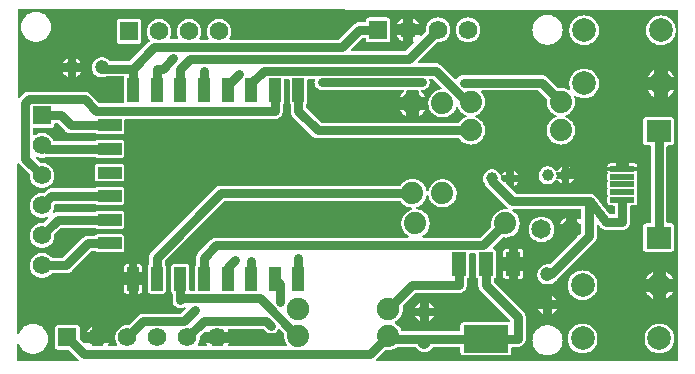
<source format=gtl>
G04 Layer: TopLayer*
G04 EasyEDA v6.5.48, 2025-03-08 11:51:36*
G04 8fe2fb576d564ac8881881e7cade559e,369c048249c94b259d5cf78f180de413,10*
G04 Gerber Generator version 0.2*
G04 Scale: 100 percent, Rotated: No, Reflected: No *
G04 Dimensions in millimeters *
G04 leading zeros omitted , absolute positions ,4 integer and 5 decimal *
%FSLAX45Y45*%
%MOMM*%

%AMMACRO1*21,1,$1,$2,0,0,$3*%
%ADD10C,0.8000*%
%ADD11MACRO1,2.3012X3.7998X-90.0000*%
%ADD12MACRO1,2.0015X1.1989X-90.0000*%
%ADD13MACRO1,2.0015X1.2014X-90.0000*%
%ADD14MACRO1,2.0015X1.0008X-90.0000*%
%ADD15MACRO1,2.0015X0.9982X-90.0000*%
%ADD16MACRO1,1.999X0.9982X0.0000*%
%ADD17MACRO1,2.0015X1.0008X0.0000*%
%ADD18MACRO1,1.999X1.0008X0.0000*%
%ADD19MACRO1,2.0015X1.0008X90.0000*%
%ADD20MACRO1,1.999X1.0008X90.0000*%
%ADD21MACRO1,1.999X0.9982X90.0000*%
%ADD22MACRO1,2.0015X0.9982X90.0000*%
%ADD23MACRO1,1.999X0.4521X0.0000*%
%ADD24MACRO1,2.1006X1.8999X0.0000*%
%ADD25C,1.5748*%
%ADD26R,1.5748X1.5748*%
%ADD27C,1.8796*%
%ADD28C,1.9050*%
%ADD29C,1.1938*%
%ADD30C,1.0000*%
%ADD31C,2.0000*%
%ADD32C,1.6510*%
%ADD33C,0.6100*%
%ADD34C,0.0149*%

%LPD*%
G36*
X3788410Y-3134512D02*
G01*
X3784549Y-3133699D01*
X3781247Y-3131515D01*
X3662984Y-3013252D01*
X3660800Y-3009950D01*
X3659987Y-3006090D01*
X3659987Y-2982112D01*
X3660800Y-2978251D01*
X3662984Y-2974949D01*
X3664305Y-2973628D01*
X3667404Y-2968701D01*
X3669284Y-2963265D01*
X3669995Y-2956915D01*
X3669995Y-2772511D01*
X3670757Y-2768650D01*
X3672992Y-2765348D01*
X3676294Y-2763164D01*
X3680155Y-2762351D01*
X3721862Y-2762351D01*
X3725468Y-2763012D01*
X3728618Y-2764891D01*
X3730853Y-2767787D01*
X3731971Y-2771241D01*
X3731768Y-2774899D01*
X3729939Y-2782417D01*
X3729126Y-2792730D01*
X3729939Y-2803042D01*
X3732377Y-2813100D01*
X3736340Y-2822651D01*
X3741724Y-2831439D01*
X3748430Y-2839313D01*
X3756304Y-2846019D01*
X3765092Y-2851404D01*
X3774643Y-2855366D01*
X3784701Y-2857804D01*
X3795420Y-2858617D01*
X4480153Y-2858617D01*
X4484319Y-2859532D01*
X4487722Y-2862021D01*
X4489856Y-2865729D01*
X4490262Y-2869946D01*
X4488891Y-2873959D01*
X4485995Y-2877108D01*
X4484166Y-2878429D01*
X4473244Y-2888335D01*
X4463643Y-2899562D01*
X4455515Y-2911856D01*
X4452213Y-2918460D01*
X4505960Y-2918460D01*
X4505960Y-2868777D01*
X4506722Y-2864916D01*
X4508957Y-2861614D01*
X4512208Y-2859430D01*
X4516120Y-2858617D01*
X4602480Y-2858617D01*
X4606391Y-2859430D01*
X4609642Y-2861614D01*
X4611878Y-2864916D01*
X4612640Y-2868777D01*
X4612640Y-2918460D01*
X4666386Y-2918460D01*
X4663084Y-2911856D01*
X4654956Y-2899562D01*
X4645355Y-2888335D01*
X4632045Y-2876143D01*
X4629810Y-2872994D01*
X4628896Y-2869234D01*
X4629454Y-2865424D01*
X4631436Y-2862072D01*
X4634534Y-2859684D01*
X4638243Y-2858668D01*
X4649368Y-2857804D01*
X4659426Y-2855366D01*
X4668977Y-2851404D01*
X4677765Y-2846019D01*
X4685639Y-2839313D01*
X4692345Y-2831439D01*
X4697730Y-2822651D01*
X4701692Y-2813100D01*
X4704130Y-2803042D01*
X4704943Y-2792730D01*
X4704130Y-2782417D01*
X4702302Y-2774899D01*
X4702098Y-2771241D01*
X4703216Y-2767787D01*
X4705451Y-2764891D01*
X4708601Y-2763012D01*
X4712208Y-2762351D01*
X4725416Y-2762351D01*
X4729276Y-2763164D01*
X4732578Y-2765348D01*
X4803038Y-2835808D01*
X4805426Y-2839516D01*
X4805984Y-2843834D01*
X4804714Y-2848051D01*
X4801768Y-2851302D01*
X4797755Y-2852978D01*
X4784039Y-2855569D01*
X4770018Y-2860040D01*
X4756607Y-2866186D01*
X4744059Y-2873959D01*
X4732528Y-2883204D01*
X4722266Y-2893822D01*
X4713376Y-2905607D01*
X4706010Y-2918358D01*
X4700270Y-2931922D01*
X4696155Y-2946603D01*
X4693920Y-2960725D01*
X4693513Y-2975508D01*
X4694834Y-2990189D01*
X4697984Y-3004616D01*
X4702911Y-3018536D01*
X4709515Y-3031744D01*
X4717643Y-3044037D01*
X4727244Y-3055264D01*
X4738166Y-3065170D01*
X4750206Y-3073704D01*
X4763211Y-3080715D01*
X4776978Y-3086049D01*
X4791252Y-3089605D01*
X4805934Y-3091434D01*
X4820666Y-3091434D01*
X4835347Y-3089605D01*
X4849622Y-3086049D01*
X4863388Y-3080715D01*
X4876393Y-3073704D01*
X4888433Y-3065170D01*
X4899355Y-3055264D01*
X4908956Y-3044037D01*
X4917084Y-3031744D01*
X4923688Y-3018536D01*
X4926787Y-3009798D01*
X4928717Y-3006445D01*
X4931816Y-3004058D01*
X4935575Y-3003042D01*
X4939436Y-3003499D01*
X4942840Y-3005378D01*
X4945329Y-3008376D01*
X4952695Y-3022193D01*
X4961229Y-3034233D01*
X4971135Y-3045155D01*
X4982362Y-3054756D01*
X4994656Y-3062884D01*
X5007864Y-3069488D01*
X5009794Y-3070148D01*
X5013350Y-3072333D01*
X5015738Y-3075686D01*
X5016601Y-3079750D01*
X5015738Y-3083814D01*
X5013350Y-3087166D01*
X5009794Y-3089351D01*
X5007864Y-3090011D01*
X4994656Y-3096615D01*
X4982362Y-3104743D01*
X4971135Y-3114344D01*
X4961229Y-3125266D01*
X4957724Y-3130194D01*
X4955438Y-3132480D01*
X4952593Y-3134004D01*
X4949393Y-3134512D01*
G37*

%LPC*%
G36*
X4612640Y-3078937D02*
G01*
X4615992Y-3077413D01*
X4628540Y-3069640D01*
X4640072Y-3060395D01*
X4650333Y-3049778D01*
X4659223Y-3037992D01*
X4666640Y-3025140D01*
X4612640Y-3025140D01*
G37*
G36*
X4505960Y-3078937D02*
G01*
X4505960Y-3025140D01*
X4451959Y-3025140D01*
X4459376Y-3037992D01*
X4468266Y-3049778D01*
X4478528Y-3060395D01*
X4490059Y-3069640D01*
X4502607Y-3077413D01*
G37*

%LPD*%
G36*
X4475683Y-4899812D02*
G01*
X4471720Y-4898999D01*
X4468368Y-4896713D01*
X4466183Y-4893310D01*
X4465015Y-4890211D01*
X4458004Y-4877206D01*
X4449470Y-4865166D01*
X4439564Y-4854244D01*
X4428337Y-4844643D01*
X4416044Y-4836515D01*
X4414570Y-4835753D01*
X4411167Y-4833061D01*
X4409236Y-4829149D01*
X4409135Y-4824780D01*
X4410811Y-4820818D01*
X4414012Y-4817872D01*
X4423003Y-4812690D01*
X4434890Y-4803698D01*
X4445609Y-4793335D01*
X4454956Y-4781702D01*
X4462830Y-4769002D01*
X4469079Y-4755438D01*
X4473600Y-4741265D01*
X4476343Y-4726584D01*
X4477258Y-4711700D01*
X4476343Y-4696815D01*
X4475378Y-4691837D01*
X4475327Y-4688586D01*
X4476292Y-4685487D01*
X4478172Y-4682794D01*
X4581347Y-4579670D01*
X4584649Y-4577486D01*
X4588510Y-4576673D01*
X4951323Y-4576673D01*
X4962042Y-4575860D01*
X4972100Y-4573422D01*
X4981651Y-4569460D01*
X4990439Y-4564075D01*
X4998313Y-4557369D01*
X5005019Y-4549495D01*
X5010404Y-4540707D01*
X5014366Y-4531156D01*
X5016804Y-4521098D01*
X5017617Y-4510379D01*
X5017617Y-4462830D01*
X5018227Y-4459478D01*
X5019852Y-4456531D01*
X5022392Y-4454245D01*
X5027726Y-4450892D01*
X5031790Y-4446828D01*
X5034889Y-4441901D01*
X5036820Y-4436465D01*
X5037531Y-4430115D01*
X5037531Y-4250537D01*
X5038293Y-4246676D01*
X5040477Y-4243374D01*
X5043779Y-4241190D01*
X5047691Y-4240377D01*
X5085537Y-4240377D01*
X5089398Y-4241190D01*
X5092700Y-4243374D01*
X5094935Y-4246676D01*
X5095697Y-4250537D01*
X5095697Y-4430115D01*
X5096408Y-4436465D01*
X5098338Y-4441901D01*
X5101386Y-4446828D01*
X5105501Y-4450892D01*
X5110937Y-4454347D01*
X5113477Y-4456582D01*
X5115102Y-4459579D01*
X5115712Y-4462932D01*
X5115712Y-4510379D01*
X5116525Y-4521047D01*
X5118963Y-4531106D01*
X5122875Y-4540656D01*
X5128310Y-4549495D01*
X5135270Y-4557674D01*
X5382717Y-4805324D01*
X5384901Y-4808626D01*
X5385714Y-4812538D01*
X5385714Y-4815078D01*
X5384800Y-4819243D01*
X5382310Y-4822647D01*
X5378602Y-4824780D01*
X5374386Y-4825187D01*
X5371033Y-4824780D01*
X4992166Y-4824780D01*
X4985867Y-4825492D01*
X4980381Y-4827422D01*
X4975504Y-4830470D01*
X4971389Y-4834585D01*
X4968290Y-4839462D01*
X4966411Y-4844948D01*
X4965700Y-4851247D01*
X4965700Y-4889652D01*
X4964938Y-4893513D01*
X4962702Y-4896815D01*
X4959400Y-4898999D01*
X4955540Y-4899812D01*
G37*

%LPC*%
G36*
X4697120Y-4814570D02*
G01*
X4707178Y-4809083D01*
X4716932Y-4801768D01*
X4725568Y-4793132D01*
X4732883Y-4783378D01*
X4738370Y-4773320D01*
X4697120Y-4773320D01*
G37*
G36*
X4624730Y-4814570D02*
G01*
X4624730Y-4773320D01*
X4583430Y-4773320D01*
X4588916Y-4783378D01*
X4596231Y-4793132D01*
X4604867Y-4801768D01*
X4614621Y-4809083D01*
G37*
G36*
X4583430Y-4700930D02*
G01*
X4624730Y-4700930D01*
X4624730Y-4659630D01*
X4614621Y-4665116D01*
X4604867Y-4672431D01*
X4596231Y-4681067D01*
X4588916Y-4690821D01*
G37*
G36*
X4697120Y-4700930D02*
G01*
X4738370Y-4700930D01*
X4732883Y-4690821D01*
X4725568Y-4681067D01*
X4716932Y-4672431D01*
X4707178Y-4665116D01*
X4697120Y-4659630D01*
G37*

%LPD*%
G36*
X2749550Y-5026812D02*
G01*
X2745333Y-5025847D01*
X2741828Y-5023205D01*
X2739796Y-5019395D01*
X2739542Y-5015026D01*
X2741117Y-5010962D01*
X2744927Y-5005324D01*
X2750972Y-4993030D01*
X2755341Y-4980076D01*
X2758033Y-4966665D01*
X2758948Y-4953000D01*
X2758541Y-4946853D01*
X2759151Y-4942636D01*
X2761488Y-4939030D01*
X2793187Y-4907280D01*
X2796489Y-4905095D01*
X2800400Y-4904333D01*
X2804261Y-4905095D01*
X2807563Y-4907280D01*
X2862580Y-4907280D01*
X2862580Y-4888839D01*
X2863342Y-4884978D01*
X2865577Y-4881676D01*
X2868828Y-4879492D01*
X2872740Y-4878679D01*
X2943860Y-4878679D01*
X2947771Y-4879492D01*
X2951022Y-4881676D01*
X2953258Y-4884978D01*
X2954020Y-4888839D01*
X2954020Y-4907280D01*
X3002178Y-4907280D01*
X2998927Y-4900676D01*
X2994761Y-4894529D01*
X2993186Y-4890465D01*
X2993440Y-4886096D01*
X2995523Y-4882286D01*
X2998978Y-4879644D01*
X3003245Y-4878679D01*
X3289300Y-4878679D01*
X3293160Y-4879492D01*
X3296462Y-4881676D01*
X3314801Y-4900015D01*
X3322980Y-4906975D01*
X3331768Y-4912360D01*
X3341319Y-4916322D01*
X3351377Y-4918760D01*
X3361690Y-4919573D01*
X3372002Y-4918760D01*
X3382060Y-4916322D01*
X3391611Y-4912360D01*
X3400399Y-4906975D01*
X3408273Y-4900269D01*
X3414979Y-4892395D01*
X3419043Y-4885791D01*
X3421481Y-4883099D01*
X3424682Y-4881422D01*
X3428339Y-4880965D01*
X3431895Y-4881880D01*
X3434892Y-4883912D01*
X3471976Y-4921046D01*
X3474313Y-4924602D01*
X3474923Y-4928870D01*
X3474212Y-4940300D01*
X3475126Y-4955032D01*
X3477869Y-4969560D01*
X3482340Y-4983581D01*
X3488486Y-4996992D01*
X3498596Y-5013604D01*
X3499053Y-5017363D01*
X3498087Y-5021021D01*
X3495852Y-5024069D01*
X3492652Y-5026101D01*
X3488893Y-5026812D01*
X3003550Y-5026812D01*
X2999333Y-5025847D01*
X2995828Y-5023205D01*
X2993796Y-5019395D01*
X2993542Y-5015026D01*
X2995117Y-5010962D01*
X2998927Y-5005324D01*
X3002178Y-4998720D01*
X2954020Y-4998720D01*
X2954020Y-5016652D01*
X2953258Y-5020513D01*
X2951022Y-5023815D01*
X2947771Y-5025999D01*
X2943860Y-5026812D01*
X2872740Y-5026812D01*
X2868828Y-5025999D01*
X2865577Y-5023815D01*
X2863342Y-5020513D01*
X2862580Y-5016652D01*
X2862580Y-4998720D01*
X2814421Y-4998720D01*
X2817672Y-5005324D01*
X2821482Y-5010962D01*
X2823057Y-5015026D01*
X2822803Y-5019395D01*
X2820771Y-5023205D01*
X2817266Y-5025847D01*
X2813050Y-5026812D01*
G37*

%LPD*%
G36*
X1217168Y-5155692D02*
G01*
X1213256Y-5154930D01*
X1210005Y-5152694D01*
X1207770Y-5149443D01*
X1207008Y-5145532D01*
X1207465Y-5014772D01*
X1208227Y-5010912D01*
X1210411Y-5007660D01*
X1213612Y-5005476D01*
X1217472Y-5004663D01*
X1221333Y-5005374D01*
X1224635Y-5007457D01*
X1226870Y-5010658D01*
X1233322Y-5024932D01*
X1241298Y-5038140D01*
X1250797Y-5050231D01*
X1261668Y-5061102D01*
X1273759Y-5070602D01*
X1286967Y-5078577D01*
X1300988Y-5084927D01*
X1315669Y-5089499D01*
X1330807Y-5092242D01*
X1346200Y-5093208D01*
X1361592Y-5092242D01*
X1376730Y-5089499D01*
X1391412Y-5084927D01*
X1405432Y-5078577D01*
X1418640Y-5070602D01*
X1430731Y-5061102D01*
X1441602Y-5050231D01*
X1451102Y-5038140D01*
X1459077Y-5024932D01*
X1465427Y-5010912D01*
X1469999Y-4996230D01*
X1472742Y-4981092D01*
X1473708Y-4965700D01*
X1472742Y-4950307D01*
X1469999Y-4935169D01*
X1465427Y-4920488D01*
X1459077Y-4906467D01*
X1451102Y-4893259D01*
X1441602Y-4881168D01*
X1430731Y-4870297D01*
X1418640Y-4860798D01*
X1405432Y-4852822D01*
X1391412Y-4846472D01*
X1376730Y-4841900D01*
X1361592Y-4839157D01*
X1346200Y-4838192D01*
X1330807Y-4839157D01*
X1315669Y-4841900D01*
X1300988Y-4846472D01*
X1286967Y-4852822D01*
X1273759Y-4860798D01*
X1261668Y-4870297D01*
X1250797Y-4881168D01*
X1241298Y-4893259D01*
X1233322Y-4906467D01*
X1227328Y-4919776D01*
X1225042Y-4923028D01*
X1221689Y-4925110D01*
X1217828Y-4925771D01*
X1214018Y-4924958D01*
X1210767Y-4922723D01*
X1208633Y-4919421D01*
X1207871Y-4915611D01*
X1214018Y-3489909D01*
X1214882Y-3485896D01*
X1217218Y-3482543D01*
X1220673Y-3480409D01*
X1224737Y-3479800D01*
X1228699Y-3480866D01*
X1231900Y-3483356D01*
X1236370Y-3488588D01*
X1315212Y-3567429D01*
X1317548Y-3571036D01*
X1318158Y-3575253D01*
X1317752Y-3581400D01*
X1318666Y-3595065D01*
X1321358Y-3608476D01*
X1325727Y-3621430D01*
X1331772Y-3633724D01*
X1339392Y-3645103D01*
X1348435Y-3655364D01*
X1358696Y-3664407D01*
X1370076Y-3672027D01*
X1382369Y-3678072D01*
X1395323Y-3682441D01*
X1408734Y-3685133D01*
X1422400Y-3686048D01*
X1436065Y-3685133D01*
X1449476Y-3682441D01*
X1462430Y-3678072D01*
X1474724Y-3672027D01*
X1486103Y-3664407D01*
X1496364Y-3655364D01*
X1505407Y-3645103D01*
X1513027Y-3633724D01*
X1519072Y-3621430D01*
X1523441Y-3608476D01*
X1526133Y-3595065D01*
X1527048Y-3581400D01*
X1526133Y-3567734D01*
X1523441Y-3554323D01*
X1519072Y-3541369D01*
X1513027Y-3529076D01*
X1505407Y-3517696D01*
X1496364Y-3507435D01*
X1486103Y-3498392D01*
X1474724Y-3490772D01*
X1462430Y-3484727D01*
X1449476Y-3480358D01*
X1436065Y-3477666D01*
X1422400Y-3476751D01*
X1416253Y-3477158D01*
X1412036Y-3476548D01*
X1408430Y-3474212D01*
X1376680Y-3442512D01*
X1374292Y-3438702D01*
X1373784Y-3434181D01*
X1375257Y-3429965D01*
X1378407Y-3426764D01*
X1382674Y-3425240D01*
X1387144Y-3425698D01*
X1395323Y-3428441D01*
X1408734Y-3431133D01*
X1422400Y-3432048D01*
X1436065Y-3431133D01*
X1449476Y-3428441D01*
X1463141Y-3423818D01*
X1466392Y-3423259D01*
X1869541Y-3423259D01*
X1873402Y-3424072D01*
X1876704Y-3426256D01*
X1878025Y-3427577D01*
X1882952Y-3430676D01*
X1888388Y-3432556D01*
X1894738Y-3433267D01*
X2093569Y-3433267D01*
X2099919Y-3432556D01*
X2105355Y-3430676D01*
X2110282Y-3427577D01*
X2114346Y-3423462D01*
X2117445Y-3418586D01*
X2119325Y-3413099D01*
X2120087Y-3406800D01*
X2120087Y-3307943D01*
X2119325Y-3301644D01*
X2117445Y-3296158D01*
X2114346Y-3291281D01*
X2110282Y-3287166D01*
X2105355Y-3284067D01*
X2099919Y-3282187D01*
X2093569Y-3281476D01*
X1894738Y-3281476D01*
X1888388Y-3282187D01*
X1882952Y-3284067D01*
X1878025Y-3287166D01*
X1876704Y-3288487D01*
X1873402Y-3290671D01*
X1869541Y-3291484D01*
X1527403Y-3291484D01*
X1523746Y-3290773D01*
X1520545Y-3288792D01*
X1518310Y-3285794D01*
X1513027Y-3275076D01*
X1505407Y-3263696D01*
X1496364Y-3253435D01*
X1486103Y-3244392D01*
X1474724Y-3236772D01*
X1462430Y-3230727D01*
X1449476Y-3226358D01*
X1436065Y-3223666D01*
X1422400Y-3222752D01*
X1408734Y-3223666D01*
X1395323Y-3226358D01*
X1382369Y-3230727D01*
X1370076Y-3236772D01*
X1364437Y-3240582D01*
X1360373Y-3242157D01*
X1356004Y-3241903D01*
X1352194Y-3239871D01*
X1349552Y-3236366D01*
X1348587Y-3232150D01*
X1348587Y-3188208D01*
X1349400Y-3184296D01*
X1351584Y-3181045D01*
X1354886Y-3178810D01*
X1358747Y-3178048D01*
X1500581Y-3178048D01*
X1506880Y-3177336D01*
X1512366Y-3175406D01*
X1517243Y-3172358D01*
X1521358Y-3168243D01*
X1524406Y-3163366D01*
X1526336Y-3157880D01*
X1527048Y-3151581D01*
X1527048Y-3149447D01*
X1527810Y-3145586D01*
X1530045Y-3142284D01*
X1533296Y-3140100D01*
X1537208Y-3139287D01*
X1549654Y-3139287D01*
X1553514Y-3140100D01*
X1556816Y-3142284D01*
X1618589Y-3204057D01*
X1626768Y-3211017D01*
X1635556Y-3216402D01*
X1645107Y-3220364D01*
X1655165Y-3222802D01*
X1665884Y-3223615D01*
X1869541Y-3223615D01*
X1873402Y-3224428D01*
X1876704Y-3226612D01*
X1877923Y-3227781D01*
X1882800Y-3230880D01*
X1888286Y-3232810D01*
X1894586Y-3233521D01*
X2093468Y-3233521D01*
X2099767Y-3232810D01*
X2105253Y-3230880D01*
X2110130Y-3227781D01*
X2114245Y-3223717D01*
X2117293Y-3218789D01*
X2119223Y-3213354D01*
X2119934Y-3207054D01*
X2119934Y-3113633D01*
X2120696Y-3109772D01*
X2122932Y-3106470D01*
X2126183Y-3104286D01*
X2130094Y-3103473D01*
X3393795Y-3103473D01*
X3404514Y-3102660D01*
X3414572Y-3100222D01*
X3424123Y-3096260D01*
X3432911Y-3090875D01*
X3440785Y-3084169D01*
X3447491Y-3076295D01*
X3452876Y-3067507D01*
X3456838Y-3057956D01*
X3459276Y-3047898D01*
X3460089Y-3037179D01*
X3460089Y-2982010D01*
X3460902Y-2978099D01*
X3463086Y-2974797D01*
X3464255Y-2973628D01*
X3467354Y-2968701D01*
X3469284Y-2963265D01*
X3469995Y-2956915D01*
X3469995Y-2772511D01*
X3470757Y-2768650D01*
X3472942Y-2765348D01*
X3476244Y-2763164D01*
X3480155Y-2762351D01*
X3508044Y-2762351D01*
X3511905Y-2763164D01*
X3515207Y-2765348D01*
X3517442Y-2768650D01*
X3518204Y-2772511D01*
X3518204Y-2956915D01*
X3518915Y-2963265D01*
X3520795Y-2968701D01*
X3523894Y-2973628D01*
X3525215Y-2974949D01*
X3527399Y-2978251D01*
X3528212Y-2982112D01*
X3528212Y-3037179D01*
X3529025Y-3047898D01*
X3531463Y-3057956D01*
X3535426Y-3067507D01*
X3540810Y-3076295D01*
X3547770Y-3084474D01*
X3710025Y-3246729D01*
X3718204Y-3253689D01*
X3726992Y-3259074D01*
X3736543Y-3263036D01*
X3746601Y-3265474D01*
X3757320Y-3266287D01*
X4949393Y-3266287D01*
X4952593Y-3266795D01*
X4955438Y-3268319D01*
X4957724Y-3270605D01*
X4961229Y-3275533D01*
X4971135Y-3286455D01*
X4982362Y-3296056D01*
X4994656Y-3304184D01*
X5007864Y-3310788D01*
X5021783Y-3315715D01*
X5036210Y-3318865D01*
X5050891Y-3320237D01*
X5065674Y-3319779D01*
X5080254Y-3317494D01*
X5094427Y-3313429D01*
X5108041Y-3307689D01*
X5120792Y-3300323D01*
X5132578Y-3291433D01*
X5143195Y-3281172D01*
X5152440Y-3269640D01*
X5160213Y-3257092D01*
X5166360Y-3243681D01*
X5170830Y-3229660D01*
X5173573Y-3215132D01*
X5174488Y-3200400D01*
X5173573Y-3185668D01*
X5170830Y-3171139D01*
X5166360Y-3157118D01*
X5160213Y-3143707D01*
X5152440Y-3131159D01*
X5143195Y-3119628D01*
X5132578Y-3109366D01*
X5120792Y-3100476D01*
X5108041Y-3093110D01*
X5098592Y-3089097D01*
X5095341Y-3086912D01*
X5093157Y-3083610D01*
X5092395Y-3079750D01*
X5093157Y-3075889D01*
X5095341Y-3072587D01*
X5098592Y-3070402D01*
X5108041Y-3066389D01*
X5120792Y-3059023D01*
X5132578Y-3050133D01*
X5143195Y-3039872D01*
X5152440Y-3028340D01*
X5160213Y-3015792D01*
X5166360Y-3002381D01*
X5170830Y-2988360D01*
X5173573Y-2973832D01*
X5174488Y-2959100D01*
X5173573Y-2944368D01*
X5170830Y-2929839D01*
X5166360Y-2915818D01*
X5160213Y-2902407D01*
X5152440Y-2889859D01*
X5142636Y-2877718D01*
X5140858Y-2874365D01*
X5140401Y-2870606D01*
X5141366Y-2866948D01*
X5143652Y-2863900D01*
X5146852Y-2861868D01*
X5150561Y-2861157D01*
X5621274Y-2861157D01*
X5625134Y-2861970D01*
X5628436Y-2864154D01*
X5695543Y-2931261D01*
X5697372Y-2933750D01*
X5698337Y-2936646D01*
X5698439Y-2939694D01*
X5696966Y-2951734D01*
X5696966Y-2966466D01*
X5698794Y-2981147D01*
X5702350Y-2995422D01*
X5707684Y-3009188D01*
X5714695Y-3022193D01*
X5723229Y-3034233D01*
X5733135Y-3045155D01*
X5744362Y-3054756D01*
X5756656Y-3062884D01*
X5769864Y-3069488D01*
X5771794Y-3070148D01*
X5775350Y-3072333D01*
X5777738Y-3075686D01*
X5778601Y-3079750D01*
X5777738Y-3083814D01*
X5775350Y-3087166D01*
X5771794Y-3089351D01*
X5769864Y-3090011D01*
X5756656Y-3096615D01*
X5744362Y-3104743D01*
X5733135Y-3114344D01*
X5723229Y-3125266D01*
X5714695Y-3137306D01*
X5707684Y-3150311D01*
X5702350Y-3164078D01*
X5698794Y-3178352D01*
X5696966Y-3193034D01*
X5696966Y-3207766D01*
X5698794Y-3222447D01*
X5702350Y-3236722D01*
X5707684Y-3250488D01*
X5714695Y-3263493D01*
X5723229Y-3275533D01*
X5733135Y-3286455D01*
X5744362Y-3296056D01*
X5756656Y-3304184D01*
X5769864Y-3310788D01*
X5783783Y-3315715D01*
X5798210Y-3318865D01*
X5812891Y-3320237D01*
X5827674Y-3319779D01*
X5842254Y-3317494D01*
X5856427Y-3313429D01*
X5870041Y-3307689D01*
X5882792Y-3300323D01*
X5894578Y-3291433D01*
X5905195Y-3281172D01*
X5914440Y-3269640D01*
X5922213Y-3257092D01*
X5928360Y-3243681D01*
X5932830Y-3229660D01*
X5935573Y-3215132D01*
X5936488Y-3200400D01*
X5935573Y-3185668D01*
X5932830Y-3171139D01*
X5928360Y-3157118D01*
X5922213Y-3143707D01*
X5914440Y-3131159D01*
X5905195Y-3119628D01*
X5894578Y-3109366D01*
X5882792Y-3100476D01*
X5870041Y-3093110D01*
X5860592Y-3089097D01*
X5857341Y-3086912D01*
X5855157Y-3083610D01*
X5854395Y-3079750D01*
X5855157Y-3075889D01*
X5857341Y-3072587D01*
X5860592Y-3070402D01*
X5870041Y-3066389D01*
X5882792Y-3059023D01*
X5894578Y-3050133D01*
X5905195Y-3039872D01*
X5914440Y-3028340D01*
X5922213Y-3015792D01*
X5928360Y-3002381D01*
X5932830Y-2988360D01*
X5935573Y-2973832D01*
X5936488Y-2959100D01*
X5935573Y-2944368D01*
X5932830Y-2929839D01*
X5930036Y-2921000D01*
X5929579Y-2916936D01*
X5930798Y-2913024D01*
X5933440Y-2909925D01*
X5937046Y-2908096D01*
X5941110Y-2907842D01*
X5944971Y-2909214D01*
X5953810Y-2914548D01*
X5967679Y-2920796D01*
X5982157Y-2925318D01*
X5997143Y-2928061D01*
X6012332Y-2928975D01*
X6027470Y-2928061D01*
X6042456Y-2925318D01*
X6056934Y-2920796D01*
X6070803Y-2914548D01*
X6083808Y-2906674D01*
X6095796Y-2897327D01*
X6106515Y-2886557D01*
X6115913Y-2874619D01*
X6123787Y-2861614D01*
X6130036Y-2847746D01*
X6134557Y-2833217D01*
X6137300Y-2818282D01*
X6138214Y-2803093D01*
X6137300Y-2787904D01*
X6134557Y-2772968D01*
X6130036Y-2758440D01*
X6123787Y-2744571D01*
X6115913Y-2731566D01*
X6106515Y-2719628D01*
X6095796Y-2708859D01*
X6083808Y-2699512D01*
X6070803Y-2691638D01*
X6056934Y-2685389D01*
X6042456Y-2680868D01*
X6027470Y-2678125D01*
X6012332Y-2677210D01*
X5997143Y-2678125D01*
X5982157Y-2680868D01*
X5967679Y-2685389D01*
X5953810Y-2691638D01*
X5940806Y-2699512D01*
X5928817Y-2708859D01*
X5918098Y-2719628D01*
X5908700Y-2731566D01*
X5900826Y-2744571D01*
X5894578Y-2758440D01*
X5890056Y-2772968D01*
X5887313Y-2787904D01*
X5886399Y-2803093D01*
X5887313Y-2818282D01*
X5890056Y-2833217D01*
X5893816Y-2845155D01*
X5894222Y-2849168D01*
X5893054Y-2853029D01*
X5890463Y-2856128D01*
X5886856Y-2857957D01*
X5882843Y-2858262D01*
X5879033Y-2856992D01*
X5870041Y-2851810D01*
X5856427Y-2846070D01*
X5842254Y-2842006D01*
X5827674Y-2839720D01*
X5812891Y-2839313D01*
X5798007Y-2840685D01*
X5794654Y-2840837D01*
X5791403Y-2839923D01*
X5788660Y-2837942D01*
X5699658Y-2748940D01*
X5691479Y-2741980D01*
X5682691Y-2736596D01*
X5673140Y-2732633D01*
X5663082Y-2730195D01*
X5652363Y-2729382D01*
X4992268Y-2729382D01*
X4981549Y-2730195D01*
X4971491Y-2732633D01*
X4961940Y-2736596D01*
X4953152Y-2741980D01*
X4945278Y-2748686D01*
X4938572Y-2756560D01*
X4934508Y-2763164D01*
X4932070Y-2765856D01*
X4928870Y-2767533D01*
X4925212Y-2767990D01*
X4921656Y-2767076D01*
X4918659Y-2765044D01*
X4803800Y-2650134D01*
X4795621Y-2643174D01*
X4786833Y-2637790D01*
X4777282Y-2633827D01*
X4767224Y-2631389D01*
X4756505Y-2630576D01*
X4611878Y-2630576D01*
X4608017Y-2629763D01*
X4604715Y-2627579D01*
X4602480Y-2624277D01*
X4601718Y-2620416D01*
X4602480Y-2616504D01*
X4604715Y-2613202D01*
X4761230Y-2456688D01*
X4764836Y-2454351D01*
X4769053Y-2453741D01*
X4775200Y-2454148D01*
X4788865Y-2453233D01*
X4802276Y-2450541D01*
X4815230Y-2446172D01*
X4827524Y-2440127D01*
X4838903Y-2432507D01*
X4849164Y-2423464D01*
X4858207Y-2413203D01*
X4865827Y-2401824D01*
X4871872Y-2389530D01*
X4876241Y-2376576D01*
X4878933Y-2363165D01*
X4879848Y-2349500D01*
X4878933Y-2335834D01*
X4876241Y-2322423D01*
X4871872Y-2309469D01*
X4865827Y-2297176D01*
X4858207Y-2285796D01*
X4849164Y-2275535D01*
X4838903Y-2266492D01*
X4827524Y-2258872D01*
X4815230Y-2252827D01*
X4802276Y-2248458D01*
X4788865Y-2245766D01*
X4775200Y-2244852D01*
X4761534Y-2245766D01*
X4748123Y-2248458D01*
X4735169Y-2252827D01*
X4722876Y-2258872D01*
X4711496Y-2266492D01*
X4701235Y-2275535D01*
X4692192Y-2285796D01*
X4684572Y-2297176D01*
X4678527Y-2309469D01*
X4674158Y-2322423D01*
X4671466Y-2335834D01*
X4670552Y-2349500D01*
X4670958Y-2355646D01*
X4670348Y-2359863D01*
X4668012Y-2363470D01*
X4636312Y-2395220D01*
X4633010Y-2397404D01*
X4629099Y-2398166D01*
X4625238Y-2397404D01*
X4621936Y-2395220D01*
X4566920Y-2395220D01*
X4566920Y-2450236D01*
X4569104Y-2453538D01*
X4569866Y-2457399D01*
X4569104Y-2461310D01*
X4566920Y-2464612D01*
X4505248Y-2526233D01*
X4501946Y-2528417D01*
X4498086Y-2529230D01*
X4046474Y-2529230D01*
X4042613Y-2528417D01*
X4039311Y-2526233D01*
X4037076Y-2522931D01*
X4036314Y-2519070D01*
X4037076Y-2515158D01*
X4039311Y-2511856D01*
X4132783Y-2418384D01*
X4136085Y-2416200D01*
X4139946Y-2415387D01*
X4152392Y-2415387D01*
X4156303Y-2416200D01*
X4159554Y-2418384D01*
X4161790Y-2421686D01*
X4162551Y-2425547D01*
X4162551Y-2427681D01*
X4163263Y-2433980D01*
X4165193Y-2439466D01*
X4168241Y-2444343D01*
X4172356Y-2448458D01*
X4177233Y-2451506D01*
X4182719Y-2453436D01*
X4189018Y-2454148D01*
X4345381Y-2454148D01*
X4351680Y-2453436D01*
X4357166Y-2451506D01*
X4362043Y-2448458D01*
X4366158Y-2444343D01*
X4369206Y-2439466D01*
X4371136Y-2433980D01*
X4371848Y-2427681D01*
X4371848Y-2271318D01*
X4371136Y-2265019D01*
X4369206Y-2259533D01*
X4366158Y-2254656D01*
X4362043Y-2250541D01*
X4357166Y-2247493D01*
X4351680Y-2245563D01*
X4345381Y-2244852D01*
X4189018Y-2244852D01*
X4182719Y-2245563D01*
X4177233Y-2247493D01*
X4172356Y-2250541D01*
X4168241Y-2254656D01*
X4165193Y-2259533D01*
X4163263Y-2265019D01*
X4162551Y-2271318D01*
X4162551Y-2273452D01*
X4161790Y-2277313D01*
X4159554Y-2280615D01*
X4156303Y-2282799D01*
X4152392Y-2283612D01*
X4108856Y-2283612D01*
X4098137Y-2284425D01*
X4088079Y-2286863D01*
X4078528Y-2290826D01*
X4069740Y-2296210D01*
X4061561Y-2303170D01*
X3935526Y-2429205D01*
X3932224Y-2431389D01*
X3928364Y-2432202D01*
X3018790Y-2432202D01*
X3014573Y-2431237D01*
X3011068Y-2428595D01*
X3009036Y-2424785D01*
X3008782Y-2420416D01*
X3010357Y-2416352D01*
X3011627Y-2414524D01*
X3017672Y-2402230D01*
X3022041Y-2389276D01*
X3024733Y-2375865D01*
X3025648Y-2362200D01*
X3024733Y-2348534D01*
X3022041Y-2335123D01*
X3017672Y-2322169D01*
X3011627Y-2309876D01*
X3004007Y-2298496D01*
X2994964Y-2288235D01*
X2984703Y-2279192D01*
X2973324Y-2271572D01*
X2961030Y-2265527D01*
X2948076Y-2261158D01*
X2934665Y-2258466D01*
X2921000Y-2257552D01*
X2907334Y-2258466D01*
X2893923Y-2261158D01*
X2880969Y-2265527D01*
X2868676Y-2271572D01*
X2857296Y-2279192D01*
X2847035Y-2288235D01*
X2837992Y-2298496D01*
X2830372Y-2309876D01*
X2824327Y-2322169D01*
X2819958Y-2335123D01*
X2817266Y-2348534D01*
X2816352Y-2362200D01*
X2817266Y-2375865D01*
X2819958Y-2389276D01*
X2824327Y-2402230D01*
X2830372Y-2414524D01*
X2831642Y-2416352D01*
X2833217Y-2420416D01*
X2832963Y-2424785D01*
X2830931Y-2428595D01*
X2827426Y-2431237D01*
X2823210Y-2432202D01*
X2764790Y-2432202D01*
X2760573Y-2431237D01*
X2757068Y-2428595D01*
X2755036Y-2424785D01*
X2754782Y-2420416D01*
X2756357Y-2416352D01*
X2757627Y-2414524D01*
X2763672Y-2402230D01*
X2768041Y-2389276D01*
X2770733Y-2375865D01*
X2771648Y-2362200D01*
X2770733Y-2348534D01*
X2768041Y-2335123D01*
X2763672Y-2322169D01*
X2757627Y-2309876D01*
X2750007Y-2298496D01*
X2740964Y-2288235D01*
X2730703Y-2279192D01*
X2719324Y-2271572D01*
X2707030Y-2265527D01*
X2694076Y-2261158D01*
X2680665Y-2258466D01*
X2667000Y-2257552D01*
X2653334Y-2258466D01*
X2639923Y-2261158D01*
X2626969Y-2265527D01*
X2614676Y-2271572D01*
X2603296Y-2279192D01*
X2593035Y-2288235D01*
X2583992Y-2298496D01*
X2576372Y-2309876D01*
X2570327Y-2322169D01*
X2565958Y-2335123D01*
X2563266Y-2348534D01*
X2562352Y-2362200D01*
X2563266Y-2375865D01*
X2565958Y-2389276D01*
X2570327Y-2402230D01*
X2575864Y-2413457D01*
X2576931Y-2417419D01*
X2576271Y-2421483D01*
X2574137Y-2424938D01*
X2570784Y-2427274D01*
X2566771Y-2428138D01*
X2513228Y-2428138D01*
X2509215Y-2427274D01*
X2505862Y-2424938D01*
X2503728Y-2421483D01*
X2503068Y-2417419D01*
X2504135Y-2413457D01*
X2509672Y-2402230D01*
X2514041Y-2389276D01*
X2516733Y-2375865D01*
X2517648Y-2362200D01*
X2516733Y-2348534D01*
X2514041Y-2335123D01*
X2509672Y-2322169D01*
X2503627Y-2309876D01*
X2496007Y-2298496D01*
X2486964Y-2288235D01*
X2476703Y-2279192D01*
X2465324Y-2271572D01*
X2453030Y-2265527D01*
X2440076Y-2261158D01*
X2426665Y-2258466D01*
X2413000Y-2257552D01*
X2399334Y-2258466D01*
X2385923Y-2261158D01*
X2372969Y-2265527D01*
X2360676Y-2271572D01*
X2349296Y-2279192D01*
X2339035Y-2288235D01*
X2329992Y-2298496D01*
X2322372Y-2309876D01*
X2316327Y-2322169D01*
X2311958Y-2335123D01*
X2309266Y-2348534D01*
X2308352Y-2362200D01*
X2309266Y-2375865D01*
X2311958Y-2389276D01*
X2316327Y-2402230D01*
X2322372Y-2414524D01*
X2329992Y-2425903D01*
X2334666Y-2431237D01*
X2336698Y-2434691D01*
X2337155Y-2438654D01*
X2336088Y-2442514D01*
X2333650Y-2445664D01*
X2326487Y-2451760D01*
X2169718Y-2608529D01*
X2166416Y-2610713D01*
X2162556Y-2611526D01*
X1999843Y-2611526D01*
X1995932Y-2610713D01*
X1992630Y-2608529D01*
X1986432Y-2602331D01*
X1976678Y-2595016D01*
X1965960Y-2589174D01*
X1954530Y-2584907D01*
X1942592Y-2582316D01*
X1930400Y-2581452D01*
X1918207Y-2582316D01*
X1906270Y-2584907D01*
X1894839Y-2589174D01*
X1884121Y-2595016D01*
X1874367Y-2602331D01*
X1865731Y-2610967D01*
X1858416Y-2620721D01*
X1852574Y-2631440D01*
X1848307Y-2642870D01*
X1845716Y-2654808D01*
X1844852Y-2667000D01*
X1845716Y-2679192D01*
X1848307Y-2691130D01*
X1852574Y-2702560D01*
X1858416Y-2713278D01*
X1865731Y-2723032D01*
X1874367Y-2731668D01*
X1884121Y-2738983D01*
X1894839Y-2744825D01*
X1906270Y-2749092D01*
X1918207Y-2751683D01*
X1930400Y-2752547D01*
X1942592Y-2751683D01*
X1954530Y-2749092D01*
X1968804Y-2743657D01*
X1971344Y-2743301D01*
X2108454Y-2743301D01*
X2112568Y-2744216D01*
X2116023Y-2746705D01*
X2118106Y-2750413D01*
X2118512Y-2754630D01*
X2118156Y-2758084D01*
X2118156Y-2956915D01*
X2118512Y-2960370D01*
X2118106Y-2964586D01*
X2116023Y-2968294D01*
X2112568Y-2970784D01*
X2108454Y-2971698D01*
X1914601Y-2971698D01*
X1910740Y-2970885D01*
X1907438Y-2968701D01*
X1830679Y-2892145D01*
X1822551Y-2885236D01*
X1813763Y-2879852D01*
X1804212Y-2875889D01*
X1794154Y-2873451D01*
X1783435Y-2872638D01*
X1310792Y-2872638D01*
X1300378Y-2873400D01*
X1290320Y-2875788D01*
X1280769Y-2879699D01*
X1271930Y-2885033D01*
X1263700Y-2891993D01*
X1236573Y-2918866D01*
X1234338Y-2921457D01*
X1231138Y-2923946D01*
X1227175Y-2924962D01*
X1223111Y-2924352D01*
X1219657Y-2922168D01*
X1217320Y-2918764D01*
X1216507Y-2914751D01*
X1219657Y-2182368D01*
X1220470Y-2178456D01*
X1222654Y-2175205D01*
X1225956Y-2172970D01*
X1229868Y-2172208D01*
X6800088Y-2184146D01*
X6803999Y-2184908D01*
X6807250Y-2187092D01*
X6809486Y-2190394D01*
X6810248Y-2194306D01*
X6806692Y-5145532D01*
X6805930Y-5149443D01*
X6803745Y-5152745D01*
X6800443Y-5154930D01*
X6796531Y-5155692D01*
X4258462Y-5155692D01*
X4254550Y-5154930D01*
X4251248Y-5152694D01*
X4249064Y-5149443D01*
X4248302Y-5145532D01*
X4249064Y-5141620D01*
X4251248Y-5138369D01*
X4328312Y-5061254D01*
X4330903Y-5059426D01*
X4333900Y-5058410D01*
X4337050Y-5058410D01*
X4345025Y-5059680D01*
X4359808Y-5060137D01*
X4374489Y-5058765D01*
X4388916Y-5055616D01*
X4402836Y-5050688D01*
X4416044Y-5044084D01*
X4428337Y-5035956D01*
X4430572Y-5034076D01*
X4433671Y-5032248D01*
X4437176Y-5031587D01*
X4579721Y-5031587D01*
X4583277Y-5032248D01*
X4586376Y-5034076D01*
X4596231Y-5047132D01*
X4604867Y-5055768D01*
X4614621Y-5063083D01*
X4625340Y-5068925D01*
X4636770Y-5073192D01*
X4648708Y-5075783D01*
X4660900Y-5076647D01*
X4673092Y-5075783D01*
X4685030Y-5073192D01*
X4696460Y-5068925D01*
X4707178Y-5063083D01*
X4716932Y-5055768D01*
X4725568Y-5047132D01*
X4735423Y-5034076D01*
X4738522Y-5032248D01*
X4742078Y-5031587D01*
X4955540Y-5031587D01*
X4959400Y-5032400D01*
X4962702Y-5034584D01*
X4964938Y-5037886D01*
X4965700Y-5041747D01*
X4965700Y-5080152D01*
X4966411Y-5086451D01*
X4968290Y-5091938D01*
X4971389Y-5096814D01*
X4975504Y-5100929D01*
X4980381Y-5103977D01*
X4985867Y-5105908D01*
X4992166Y-5106619D01*
X5371033Y-5106619D01*
X5377332Y-5105908D01*
X5382818Y-5103977D01*
X5387695Y-5100929D01*
X5391810Y-5096814D01*
X5394909Y-5091938D01*
X5396788Y-5086451D01*
X5397500Y-5080152D01*
X5397500Y-5041747D01*
X5398262Y-5037886D01*
X5400497Y-5034584D01*
X5403799Y-5032400D01*
X5407660Y-5031587D01*
X5451195Y-5031587D01*
X5461914Y-5030774D01*
X5471972Y-5028336D01*
X5481523Y-5024374D01*
X5490311Y-5018989D01*
X5498185Y-5012283D01*
X5504891Y-5004409D01*
X5510276Y-4995621D01*
X5514238Y-4986070D01*
X5516676Y-4976012D01*
X5517489Y-4965293D01*
X5517489Y-4781448D01*
X5516676Y-4770780D01*
X5514289Y-4760722D01*
X5510326Y-4751171D01*
X5504891Y-4742332D01*
X5497931Y-4734153D01*
X5250484Y-4486503D01*
X5248300Y-4483201D01*
X5247487Y-4479290D01*
X5247487Y-4462932D01*
X5248097Y-4459579D01*
X5249722Y-4456582D01*
X5252262Y-4454347D01*
X5257698Y-4450892D01*
X5261813Y-4446828D01*
X5264861Y-4441901D01*
X5266791Y-4436465D01*
X5267502Y-4430115D01*
X5267502Y-4231284D01*
X5266791Y-4224934D01*
X5264861Y-4219498D01*
X5261813Y-4214571D01*
X5257698Y-4210507D01*
X5252821Y-4207408D01*
X5247335Y-4205528D01*
X5242306Y-4204208D01*
X5239359Y-4201871D01*
X5237429Y-4198620D01*
X5236870Y-4194860D01*
X5237734Y-4191203D01*
X5239867Y-4188053D01*
X5319014Y-4108805D01*
X5321554Y-4106926D01*
X5324602Y-4105960D01*
X5327751Y-4105910D01*
X5335625Y-4107179D01*
X5350408Y-4107637D01*
X5365089Y-4106265D01*
X5379516Y-4103115D01*
X5393436Y-4098188D01*
X5406644Y-4091584D01*
X5418937Y-4083456D01*
X5430164Y-4073855D01*
X5440070Y-4062933D01*
X5448604Y-4050893D01*
X5455615Y-4037888D01*
X5460949Y-4024122D01*
X5464505Y-4009847D01*
X5466334Y-3995165D01*
X5466334Y-3980434D01*
X5464505Y-3965752D01*
X5460949Y-3951478D01*
X5455615Y-3937711D01*
X5448604Y-3924706D01*
X5440070Y-3912666D01*
X5430164Y-3901744D01*
X5418937Y-3892143D01*
X5409895Y-3886149D01*
X5406898Y-3883101D01*
X5405424Y-3879037D01*
X5405780Y-3874770D01*
X5407863Y-3871010D01*
X5411317Y-3868420D01*
X5415534Y-3867505D01*
X5977280Y-3867505D01*
X5981141Y-3868318D01*
X5984443Y-3870502D01*
X5986627Y-3873804D01*
X5987440Y-3877665D01*
X5987440Y-3944213D01*
X5986475Y-3948429D01*
X5983833Y-3951935D01*
X5980023Y-3953967D01*
X5975654Y-3954221D01*
X5971590Y-3952646D01*
X5959703Y-3944670D01*
X5953150Y-3941419D01*
X5953150Y-3991000D01*
X5977280Y-3991000D01*
X5981141Y-3991762D01*
X5984443Y-3993946D01*
X5986627Y-3997248D01*
X5987440Y-4001160D01*
X5987440Y-4066540D01*
X5986627Y-4070400D01*
X5984443Y-4073702D01*
X5974892Y-4083253D01*
X5971590Y-4085437D01*
X5967730Y-4086250D01*
X5953150Y-4086250D01*
X5953150Y-4100829D01*
X5952337Y-4104690D01*
X5950153Y-4107992D01*
X5725617Y-4332528D01*
X5722874Y-4334510D01*
X5719622Y-4335424D01*
X5702300Y-4334052D01*
X5690108Y-4334916D01*
X5678170Y-4337507D01*
X5666740Y-4341774D01*
X5656021Y-4347616D01*
X5646267Y-4354931D01*
X5637631Y-4363567D01*
X5630316Y-4373321D01*
X5624474Y-4384040D01*
X5620207Y-4395470D01*
X5617616Y-4407408D01*
X5616752Y-4419600D01*
X5617616Y-4431792D01*
X5620207Y-4443730D01*
X5624474Y-4455160D01*
X5630316Y-4465878D01*
X5637631Y-4475632D01*
X5646267Y-4484268D01*
X5656021Y-4491583D01*
X5666740Y-4497425D01*
X5678170Y-4501692D01*
X5690108Y-4504283D01*
X5702300Y-4505147D01*
X5714492Y-4504283D01*
X5726430Y-4501692D01*
X5737860Y-4497425D01*
X5748578Y-4491583D01*
X5758332Y-4484268D01*
X5767476Y-4475124D01*
X5770372Y-4472990D01*
X5778652Y-4465929D01*
X6099657Y-4144924D01*
X6106617Y-4136745D01*
X6112002Y-4127957D01*
X6115964Y-4118406D01*
X6118402Y-4108348D01*
X6119215Y-4097629D01*
X6119215Y-4011320D01*
X6120079Y-4007256D01*
X6122517Y-4003852D01*
X6126073Y-4001719D01*
X6130239Y-4001211D01*
X6134201Y-4002379D01*
X6137402Y-4005072D01*
X6145377Y-4015333D01*
X6152642Y-4023258D01*
X6160719Y-4029710D01*
X6169710Y-4034790D01*
X6179413Y-4038396D01*
X6189624Y-4040479D01*
X6197904Y-4040987D01*
X6336893Y-4040987D01*
X6347612Y-4040174D01*
X6357670Y-4037736D01*
X6367221Y-4033774D01*
X6376009Y-4028389D01*
X6383883Y-4021683D01*
X6390589Y-4013809D01*
X6395974Y-4005021D01*
X6399936Y-3995470D01*
X6402374Y-3985412D01*
X6403187Y-3974287D01*
X6402476Y-3846271D01*
X6403187Y-3842359D01*
X6405422Y-3839057D01*
X6408724Y-3836822D01*
X6412636Y-3836060D01*
X6435598Y-3836060D01*
X6441897Y-3835349D01*
X6447383Y-3833418D01*
X6452260Y-3830370D01*
X6456375Y-3826256D01*
X6459423Y-3821379D01*
X6461353Y-3815892D01*
X6462064Y-3809593D01*
X6462064Y-3765702D01*
X6461353Y-3759403D01*
X6460490Y-3755136D01*
X6461353Y-3750868D01*
X6462064Y-3744569D01*
X6462064Y-3700678D01*
X6461353Y-3694379D01*
X6460490Y-3690112D01*
X6461353Y-3685844D01*
X6462064Y-3679545D01*
X6462064Y-3635654D01*
X6461353Y-3629355D01*
X6460490Y-3625087D01*
X6461353Y-3620820D01*
X6462064Y-3614521D01*
X6462064Y-3570630D01*
X6461353Y-3564331D01*
X6460490Y-3560064D01*
X6461353Y-3555796D01*
X6462064Y-3549497D01*
X6462064Y-3545128D01*
X6443218Y-3545078D01*
X6435547Y-3544163D01*
X6236766Y-3544163D01*
X6227876Y-3545128D01*
X6210249Y-3545128D01*
X6210249Y-3549497D01*
X6210960Y-3555796D01*
X6211824Y-3560064D01*
X6210960Y-3564331D01*
X6210249Y-3570630D01*
X6210249Y-3614521D01*
X6210960Y-3620820D01*
X6211824Y-3625087D01*
X6210960Y-3629355D01*
X6210249Y-3635654D01*
X6210249Y-3679545D01*
X6210960Y-3685844D01*
X6211824Y-3690112D01*
X6210960Y-3694379D01*
X6210249Y-3700678D01*
X6210249Y-3744569D01*
X6210960Y-3750868D01*
X6211824Y-3755136D01*
X6210960Y-3759403D01*
X6210249Y-3765702D01*
X6210249Y-3809593D01*
X6210960Y-3815892D01*
X6212890Y-3821379D01*
X6215938Y-3826256D01*
X6220053Y-3830370D01*
X6224930Y-3833418D01*
X6230416Y-3835349D01*
X6236716Y-3836060D01*
X6260490Y-3836060D01*
X6264351Y-3836822D01*
X6267653Y-3839006D01*
X6269837Y-3842308D01*
X6270650Y-3846169D01*
X6270955Y-3898950D01*
X6270193Y-3902862D01*
X6268008Y-3906215D01*
X6264706Y-3908399D01*
X6260795Y-3909212D01*
X6234734Y-3909212D01*
X6231686Y-3908755D01*
X6228943Y-3907383D01*
X6226708Y-3905300D01*
X6114440Y-3761384D01*
X6107176Y-3753459D01*
X6099098Y-3747008D01*
X6090107Y-3741928D01*
X6080404Y-3738321D01*
X6070193Y-3736238D01*
X6061913Y-3735730D01*
X5436412Y-3735730D01*
X5432501Y-3734917D01*
X5429199Y-3732733D01*
X5355285Y-3658666D01*
X5353100Y-3655364D01*
X5352288Y-3651504D01*
X5352288Y-3638143D01*
X5338978Y-3638143D01*
X5335117Y-3637381D01*
X5331815Y-3635146D01*
X5312156Y-3615486D01*
X5309920Y-3612032D01*
X5309209Y-3607917D01*
X5309362Y-3603904D01*
X5308041Y-3592372D01*
X5306923Y-3588308D01*
X5306618Y-3584600D01*
X5307634Y-3581044D01*
X5309920Y-3578098D01*
X5313070Y-3576116D01*
X5316728Y-3575456D01*
X5352288Y-3575456D01*
X5352288Y-3537864D01*
X5350002Y-3538778D01*
X5339994Y-3544722D01*
X5331053Y-3552139D01*
X5323332Y-3560826D01*
X5317134Y-3570325D01*
X5314340Y-3573221D01*
X5310632Y-3574796D01*
X5306568Y-3574796D01*
X5302859Y-3573221D01*
X5300065Y-3570325D01*
X5293868Y-3560826D01*
X5286146Y-3552139D01*
X5277205Y-3544722D01*
X5267198Y-3538778D01*
X5256428Y-3534460D01*
X5245150Y-3531819D01*
X5233568Y-3530904D01*
X5221935Y-3531819D01*
X5210657Y-3534460D01*
X5199888Y-3538778D01*
X5189880Y-3544722D01*
X5180939Y-3552139D01*
X5173218Y-3560826D01*
X5166868Y-3570528D01*
X5162143Y-3581146D01*
X5159044Y-3592372D01*
X5157724Y-3603904D01*
X5158181Y-3615486D01*
X5160365Y-3626916D01*
X5164328Y-3637838D01*
X5170678Y-3649726D01*
X5174945Y-3660038D01*
X5180330Y-3668826D01*
X5187289Y-3677005D01*
X5357926Y-3847896D01*
X5360873Y-3850436D01*
X5363464Y-3853789D01*
X5364429Y-3857955D01*
X5363667Y-3862120D01*
X5361228Y-3865575D01*
X5357571Y-3867759D01*
X5353354Y-3868267D01*
X5350408Y-3868013D01*
X5335625Y-3868420D01*
X5321046Y-3870706D01*
X5306872Y-3874770D01*
X5293258Y-3880510D01*
X5280507Y-3887876D01*
X5268722Y-3896766D01*
X5258104Y-3907028D01*
X5248859Y-3918559D01*
X5241086Y-3931107D01*
X5234940Y-3944518D01*
X5230469Y-3958539D01*
X5227726Y-3973068D01*
X5226812Y-3987800D01*
X5227726Y-4002532D01*
X5228488Y-4006646D01*
X5228590Y-4009898D01*
X5227624Y-4013047D01*
X5225694Y-4015689D01*
X5135930Y-4105605D01*
X5132628Y-4107789D01*
X5128717Y-4108602D01*
X4652772Y-4108602D01*
X4648555Y-4107687D01*
X4645101Y-4105097D01*
X4643018Y-4101337D01*
X4642662Y-4097070D01*
X4644136Y-4093006D01*
X4647133Y-4089958D01*
X4656937Y-4083456D01*
X4668164Y-4073855D01*
X4678070Y-4062933D01*
X4686604Y-4050893D01*
X4693615Y-4037888D01*
X4698949Y-4024122D01*
X4702505Y-4009847D01*
X4704334Y-3995165D01*
X4704334Y-3980434D01*
X4702505Y-3965752D01*
X4698949Y-3951478D01*
X4693615Y-3937711D01*
X4686604Y-3924706D01*
X4678070Y-3912666D01*
X4668164Y-3901744D01*
X4656937Y-3892143D01*
X4644644Y-3884015D01*
X4631436Y-3877411D01*
X4617516Y-3872484D01*
X4603089Y-3869334D01*
X4594707Y-3868572D01*
X4590897Y-3867454D01*
X4587798Y-3864965D01*
X4585919Y-3861511D01*
X4585512Y-3857548D01*
X4586630Y-3853789D01*
X4589068Y-3850690D01*
X4592523Y-3848760D01*
X4602581Y-3845560D01*
X4615992Y-3839413D01*
X4628540Y-3831640D01*
X4640072Y-3822395D01*
X4650333Y-3811778D01*
X4659223Y-3799992D01*
X4666589Y-3787241D01*
X4672330Y-3773678D01*
X4676648Y-3758387D01*
X4678730Y-3754475D01*
X4682337Y-3751834D01*
X4686706Y-3750970D01*
X4691024Y-3752087D01*
X4694428Y-3754932D01*
X4696358Y-3758996D01*
X4697984Y-3766616D01*
X4702911Y-3780536D01*
X4709515Y-3793744D01*
X4717643Y-3806037D01*
X4727244Y-3817264D01*
X4738166Y-3827170D01*
X4750206Y-3835704D01*
X4763211Y-3842715D01*
X4776978Y-3848049D01*
X4791252Y-3851605D01*
X4805934Y-3853434D01*
X4820666Y-3853434D01*
X4835347Y-3851605D01*
X4849622Y-3848049D01*
X4863388Y-3842715D01*
X4876393Y-3835704D01*
X4888433Y-3827170D01*
X4899355Y-3817264D01*
X4908956Y-3806037D01*
X4917084Y-3793744D01*
X4923688Y-3780536D01*
X4928616Y-3766616D01*
X4931765Y-3752189D01*
X4933086Y-3737508D01*
X4932680Y-3722725D01*
X4930394Y-3708146D01*
X4926330Y-3693972D01*
X4920589Y-3680358D01*
X4913223Y-3667607D01*
X4904333Y-3655822D01*
X4894072Y-3645204D01*
X4882540Y-3635959D01*
X4869992Y-3628186D01*
X4856581Y-3622040D01*
X4842560Y-3617569D01*
X4828032Y-3614826D01*
X4813300Y-3613912D01*
X4798568Y-3614826D01*
X4784039Y-3617569D01*
X4770018Y-3622040D01*
X4756607Y-3628186D01*
X4744059Y-3635959D01*
X4732528Y-3645204D01*
X4722266Y-3655822D01*
X4713376Y-3667607D01*
X4706010Y-3680358D01*
X4700270Y-3693922D01*
X4695952Y-3709212D01*
X4693869Y-3713124D01*
X4690262Y-3715765D01*
X4685893Y-3716629D01*
X4681575Y-3715512D01*
X4678172Y-3712667D01*
X4676241Y-3708603D01*
X4674616Y-3700983D01*
X4669688Y-3687064D01*
X4663084Y-3673856D01*
X4654956Y-3661562D01*
X4645355Y-3650335D01*
X4634433Y-3640429D01*
X4622393Y-3631895D01*
X4609388Y-3624884D01*
X4595622Y-3619550D01*
X4581347Y-3615994D01*
X4566666Y-3614165D01*
X4551934Y-3614165D01*
X4537252Y-3615994D01*
X4522978Y-3619550D01*
X4509211Y-3624884D01*
X4496206Y-3631895D01*
X4484166Y-3640429D01*
X4473244Y-3650335D01*
X4460189Y-3665778D01*
X4457293Y-3667353D01*
X4453991Y-3667912D01*
X2938170Y-3667912D01*
X2927451Y-3668725D01*
X2917393Y-3671163D01*
X2907842Y-3675126D01*
X2899054Y-3680510D01*
X2890875Y-3687470D01*
X2347620Y-4230725D01*
X2340660Y-4238904D01*
X2335276Y-4247692D01*
X2331313Y-4257243D01*
X2328875Y-4267301D01*
X2328062Y-4278020D01*
X2328062Y-4332935D01*
X2327249Y-4336846D01*
X2325065Y-4340148D01*
X2323744Y-4341469D01*
X2320645Y-4346346D01*
X2318766Y-4351832D01*
X2318054Y-4358132D01*
X2318054Y-4557014D01*
X2318766Y-4563313D01*
X2320645Y-4568799D01*
X2323744Y-4573676D01*
X2327859Y-4577791D01*
X2332736Y-4580839D01*
X2338222Y-4582769D01*
X2344521Y-4583480D01*
X2443378Y-4583480D01*
X2449677Y-4582769D01*
X2455164Y-4580839D01*
X2460040Y-4577791D01*
X2464155Y-4573676D01*
X2467254Y-4568799D01*
X2469134Y-4563313D01*
X2469845Y-4557014D01*
X2469845Y-4358132D01*
X2469134Y-4351832D01*
X2467254Y-4346346D01*
X2464155Y-4341469D01*
X2462834Y-4340148D01*
X2460650Y-4336846D01*
X2459837Y-4332935D01*
X2459837Y-4309110D01*
X2460650Y-4305249D01*
X2462834Y-4301947D01*
X2962097Y-3802684D01*
X2965399Y-3800500D01*
X2969260Y-3799687D01*
X4454093Y-3799687D01*
X4457192Y-3800195D01*
X4459935Y-3801567D01*
X4462221Y-3803751D01*
X4468266Y-3811778D01*
X4478528Y-3822395D01*
X4490059Y-3831640D01*
X4502607Y-3839413D01*
X4516018Y-3845560D01*
X4530039Y-3850030D01*
X4544568Y-3852773D01*
X4549038Y-3853027D01*
X4552950Y-3854094D01*
X4556099Y-3856583D01*
X4558080Y-3860088D01*
X4558538Y-3864101D01*
X4557369Y-3867962D01*
X4554778Y-3871112D01*
X4551172Y-3872941D01*
X4544872Y-3874770D01*
X4531258Y-3880510D01*
X4518507Y-3887876D01*
X4506722Y-3896766D01*
X4496104Y-3907028D01*
X4486859Y-3918559D01*
X4479086Y-3931107D01*
X4472940Y-3944518D01*
X4468469Y-3958539D01*
X4465726Y-3973068D01*
X4464812Y-3987800D01*
X4465726Y-4002532D01*
X4468469Y-4017060D01*
X4472940Y-4031081D01*
X4479086Y-4044492D01*
X4486859Y-4057040D01*
X4496104Y-4068572D01*
X4506722Y-4078833D01*
X4518507Y-4087723D01*
X4521758Y-4089603D01*
X4525010Y-4092600D01*
X4526686Y-4096664D01*
X4526534Y-4101033D01*
X4524502Y-4104944D01*
X4520996Y-4107637D01*
X4516678Y-4108602D01*
X2897276Y-4108602D01*
X2886557Y-4109415D01*
X2876499Y-4111853D01*
X2866948Y-4115815D01*
X2858160Y-4121200D01*
X2849981Y-4128160D01*
X2747416Y-4230725D01*
X2740456Y-4238904D01*
X2735072Y-4247692D01*
X2731109Y-4257243D01*
X2728671Y-4267301D01*
X2727858Y-4278020D01*
X2727858Y-4333087D01*
X2727045Y-4336948D01*
X2724861Y-4340250D01*
X2723540Y-4341571D01*
X2720441Y-4346498D01*
X2718562Y-4351934D01*
X2717850Y-4358284D01*
X2717850Y-4547514D01*
X2717088Y-4551375D01*
X2714853Y-4554677D01*
X2711551Y-4556861D01*
X2707690Y-4557674D01*
X2679801Y-4557674D01*
X2675890Y-4556861D01*
X2672588Y-4554677D01*
X2670403Y-4551375D01*
X2669641Y-4547514D01*
X2669641Y-4358386D01*
X2668930Y-4352086D01*
X2667000Y-4346600D01*
X2663901Y-4341723D01*
X2659837Y-4337608D01*
X2654909Y-4334560D01*
X2649474Y-4332630D01*
X2643174Y-4331919D01*
X2544267Y-4331919D01*
X2537968Y-4332630D01*
X2532532Y-4334560D01*
X2527604Y-4337608D01*
X2523540Y-4341723D01*
X2520442Y-4346600D01*
X2518511Y-4352086D01*
X2517800Y-4358386D01*
X2517800Y-4557268D01*
X2518511Y-4563567D01*
X2520442Y-4569053D01*
X2523540Y-4573930D01*
X2524963Y-4575403D01*
X2527147Y-4578705D01*
X2527960Y-4582566D01*
X2527960Y-4637379D01*
X2528773Y-4648098D01*
X2531211Y-4658156D01*
X2535174Y-4667707D01*
X2540558Y-4676495D01*
X2547264Y-4684369D01*
X2555138Y-4691075D01*
X2563926Y-4696460D01*
X2573477Y-4700422D01*
X2583535Y-4702860D01*
X2593848Y-4703673D01*
X2604160Y-4702860D01*
X2614218Y-4700422D01*
X2624074Y-4696358D01*
X2627985Y-4695545D01*
X2631846Y-4696358D01*
X2635148Y-4698542D01*
X2637383Y-4701844D01*
X2638145Y-4705705D01*
X2637383Y-4709617D01*
X2635199Y-4712919D01*
X2598928Y-4749241D01*
X2595626Y-4751425D01*
X2591765Y-4752238D01*
X2281834Y-4752238D01*
X2271166Y-4753051D01*
X2261108Y-4755438D01*
X2251557Y-4759401D01*
X2242769Y-4764786D01*
X2234590Y-4771745D01*
X2160371Y-4845812D01*
X2156764Y-4848148D01*
X2152548Y-4848758D01*
X2146300Y-4848352D01*
X2132634Y-4849266D01*
X2119223Y-4851958D01*
X2106269Y-4856327D01*
X2093975Y-4862372D01*
X2082596Y-4869992D01*
X2072335Y-4879035D01*
X2063292Y-4889296D01*
X2055672Y-4900676D01*
X2049627Y-4912969D01*
X2045258Y-4925923D01*
X2042566Y-4939334D01*
X2041652Y-4953000D01*
X2042566Y-4966665D01*
X2045258Y-4980076D01*
X2049627Y-4993030D01*
X2055672Y-5005324D01*
X2059482Y-5010962D01*
X2061057Y-5015026D01*
X2060803Y-5019395D01*
X2058771Y-5023205D01*
X2055266Y-5025847D01*
X2051050Y-5026812D01*
X1987550Y-5026812D01*
X1983333Y-5025847D01*
X1979828Y-5023205D01*
X1977796Y-5019395D01*
X1977542Y-5015026D01*
X1979117Y-5010962D01*
X1982927Y-5005324D01*
X1986178Y-4998720D01*
X1938020Y-4998720D01*
X1938020Y-5016652D01*
X1937257Y-5020513D01*
X1935022Y-5023815D01*
X1931771Y-5025999D01*
X1927860Y-5026812D01*
X1856739Y-5026812D01*
X1852828Y-5025999D01*
X1849577Y-5023815D01*
X1847342Y-5020513D01*
X1846580Y-5016652D01*
X1846580Y-4998720D01*
X1791563Y-4998720D01*
X1788261Y-5000904D01*
X1784400Y-5001666D01*
X1780489Y-5000904D01*
X1777187Y-4998720D01*
X1745945Y-4967427D01*
X1743710Y-4964125D01*
X1742948Y-4960213D01*
X1742948Y-4874818D01*
X1742236Y-4868519D01*
X1740306Y-4863033D01*
X1737258Y-4858156D01*
X1733143Y-4854041D01*
X1728266Y-4850993D01*
X1722780Y-4849063D01*
X1716481Y-4848352D01*
X1560118Y-4848352D01*
X1553819Y-4849063D01*
X1548333Y-4850993D01*
X1543456Y-4854041D01*
X1539341Y-4858156D01*
X1536293Y-4863033D01*
X1534363Y-4868519D01*
X1533652Y-4874818D01*
X1533652Y-5031181D01*
X1534363Y-5037480D01*
X1536293Y-5042966D01*
X1539341Y-5047843D01*
X1543456Y-5051958D01*
X1548333Y-5055006D01*
X1553819Y-5056936D01*
X1560118Y-5057648D01*
X1645513Y-5057648D01*
X1649425Y-5058410D01*
X1652727Y-5060645D01*
X1730451Y-5138369D01*
X1732635Y-5141620D01*
X1733397Y-5145532D01*
X1732635Y-5149443D01*
X1730451Y-5152694D01*
X1727149Y-5154930D01*
X1723237Y-5155692D01*
G37*

%LPC*%
G36*
X5702300Y-5105908D02*
G01*
X5717692Y-5104942D01*
X5732830Y-5102199D01*
X5747512Y-5097627D01*
X5761532Y-5091277D01*
X5774740Y-5083302D01*
X5786831Y-5073802D01*
X5797702Y-5062931D01*
X5807202Y-5050840D01*
X5815177Y-5037632D01*
X5821527Y-5023612D01*
X5826099Y-5008930D01*
X5828842Y-4993792D01*
X5829808Y-4978400D01*
X5828842Y-4963007D01*
X5826099Y-4947869D01*
X5821527Y-4933188D01*
X5815177Y-4919167D01*
X5807202Y-4905959D01*
X5797702Y-4893868D01*
X5786831Y-4882997D01*
X5774740Y-4873498D01*
X5761532Y-4865522D01*
X5747512Y-4859172D01*
X5732830Y-4854600D01*
X5717692Y-4851857D01*
X5702300Y-4850892D01*
X5686907Y-4851857D01*
X5671769Y-4854600D01*
X5657088Y-4859172D01*
X5643067Y-4865522D01*
X5629859Y-4873498D01*
X5617768Y-4882997D01*
X5606897Y-4893868D01*
X5597398Y-4905959D01*
X5589422Y-4919167D01*
X5583072Y-4933188D01*
X5578500Y-4947869D01*
X5575757Y-4963007D01*
X5574792Y-4978400D01*
X5575757Y-4993792D01*
X5578500Y-5008930D01*
X5583072Y-5023612D01*
X5589422Y-5037632D01*
X5597398Y-5050840D01*
X5606897Y-5062931D01*
X5617768Y-5073802D01*
X5629859Y-5083302D01*
X5643067Y-5091277D01*
X5657088Y-5097627D01*
X5671769Y-5102199D01*
X5686907Y-5104942D01*
G37*
G36*
X5999632Y-5087975D02*
G01*
X6014770Y-5087061D01*
X6029756Y-5084318D01*
X6044234Y-5079796D01*
X6058103Y-5073548D01*
X6071108Y-5065674D01*
X6083096Y-5056327D01*
X6093815Y-5045557D01*
X6103213Y-5033619D01*
X6111087Y-5020614D01*
X6117336Y-5006746D01*
X6121857Y-4992217D01*
X6124600Y-4977282D01*
X6125514Y-4962093D01*
X6124600Y-4946904D01*
X6121857Y-4931968D01*
X6117336Y-4917440D01*
X6111087Y-4903571D01*
X6103213Y-4890566D01*
X6093815Y-4878628D01*
X6083096Y-4867859D01*
X6071108Y-4858512D01*
X6058103Y-4850638D01*
X6044234Y-4844389D01*
X6029756Y-4839868D01*
X6014770Y-4837125D01*
X5999632Y-4836210D01*
X5984443Y-4837125D01*
X5969457Y-4839868D01*
X5954979Y-4844389D01*
X5941110Y-4850638D01*
X5928106Y-4858512D01*
X5916117Y-4867859D01*
X5905398Y-4878628D01*
X5896000Y-4890566D01*
X5888126Y-4903571D01*
X5881878Y-4917440D01*
X5877356Y-4931968D01*
X5874613Y-4946904D01*
X5873699Y-4962093D01*
X5874613Y-4977282D01*
X5877356Y-4992217D01*
X5881878Y-5006746D01*
X5888126Y-5020614D01*
X5896000Y-5033619D01*
X5905398Y-5045557D01*
X5916117Y-5056327D01*
X5928106Y-5065674D01*
X5941110Y-5073548D01*
X5954979Y-5079796D01*
X5969457Y-5084318D01*
X5984443Y-5087061D01*
G37*
G36*
X6649618Y-5087975D02*
G01*
X6664756Y-5087061D01*
X6679742Y-5084318D01*
X6694220Y-5079796D01*
X6708089Y-5073548D01*
X6721094Y-5065674D01*
X6733082Y-5056327D01*
X6743801Y-5045557D01*
X6753199Y-5033619D01*
X6761073Y-5020614D01*
X6767322Y-5006746D01*
X6771843Y-4992217D01*
X6774586Y-4977282D01*
X6775500Y-4962093D01*
X6774586Y-4946904D01*
X6771843Y-4931968D01*
X6767322Y-4917440D01*
X6761073Y-4903571D01*
X6753199Y-4890566D01*
X6743801Y-4878628D01*
X6733082Y-4867859D01*
X6721094Y-4858512D01*
X6708089Y-4850638D01*
X6694220Y-4844389D01*
X6679742Y-4839868D01*
X6664756Y-4837125D01*
X6649618Y-4836210D01*
X6634429Y-4837125D01*
X6619443Y-4839868D01*
X6604965Y-4844389D01*
X6591096Y-4850638D01*
X6578092Y-4858512D01*
X6566103Y-4867859D01*
X6555384Y-4878628D01*
X6545986Y-4890566D01*
X6538112Y-4903571D01*
X6531864Y-4917440D01*
X6527342Y-4931968D01*
X6524599Y-4946904D01*
X6523685Y-4962093D01*
X6524599Y-4977282D01*
X6527342Y-4992217D01*
X6531864Y-5006746D01*
X6538112Y-5020614D01*
X6545986Y-5033619D01*
X6555384Y-5045557D01*
X6566103Y-5056327D01*
X6578092Y-5065674D01*
X6591096Y-5073548D01*
X6604965Y-5079796D01*
X6619443Y-5084318D01*
X6634429Y-5087061D01*
G37*
G36*
X1938020Y-4907280D02*
G01*
X1986178Y-4907280D01*
X1982927Y-4900676D01*
X1975307Y-4889296D01*
X1966264Y-4879035D01*
X1956003Y-4869992D01*
X1944624Y-4862372D01*
X1938020Y-4859121D01*
G37*
G36*
X1798421Y-4907280D02*
G01*
X1846580Y-4907280D01*
X1846580Y-4859121D01*
X1839975Y-4862372D01*
X1828596Y-4869992D01*
X1818335Y-4879035D01*
X1809292Y-4889296D01*
X1801672Y-4900676D01*
G37*
G36*
X5738520Y-4751070D02*
G01*
X5748578Y-4745583D01*
X5758332Y-4738268D01*
X5766968Y-4729632D01*
X5774283Y-4719878D01*
X5779770Y-4709820D01*
X5738520Y-4709820D01*
G37*
G36*
X5666130Y-4751070D02*
G01*
X5666130Y-4709820D01*
X5624830Y-4709820D01*
X5630316Y-4719878D01*
X5637631Y-4729632D01*
X5646267Y-4738268D01*
X5656021Y-4745583D01*
G37*
G36*
X5999632Y-4637989D02*
G01*
X6014770Y-4637074D01*
X6029756Y-4634331D01*
X6044234Y-4629810D01*
X6058103Y-4623562D01*
X6071108Y-4615688D01*
X6083096Y-4606340D01*
X6093815Y-4595571D01*
X6103213Y-4583633D01*
X6111087Y-4570628D01*
X6117336Y-4556760D01*
X6121857Y-4542231D01*
X6124600Y-4527296D01*
X6125514Y-4512106D01*
X6124600Y-4496917D01*
X6121857Y-4481982D01*
X6117336Y-4467453D01*
X6111087Y-4453585D01*
X6103213Y-4440580D01*
X6093815Y-4428642D01*
X6083096Y-4417872D01*
X6071108Y-4408525D01*
X6058103Y-4400651D01*
X6044234Y-4394403D01*
X6029756Y-4389882D01*
X6014770Y-4387138D01*
X5999632Y-4386224D01*
X5984443Y-4387138D01*
X5969457Y-4389882D01*
X5954979Y-4394403D01*
X5941110Y-4400651D01*
X5928106Y-4408525D01*
X5916117Y-4417872D01*
X5905398Y-4428642D01*
X5896000Y-4440580D01*
X5888126Y-4453585D01*
X5881878Y-4467453D01*
X5877356Y-4481982D01*
X5874613Y-4496917D01*
X5873699Y-4512106D01*
X5874613Y-4527296D01*
X5877356Y-4542231D01*
X5881878Y-4556760D01*
X5888126Y-4570628D01*
X5896000Y-4583633D01*
X5905398Y-4595571D01*
X5916117Y-4606340D01*
X5928106Y-4615688D01*
X5941110Y-4623562D01*
X5954979Y-4629810D01*
X5969457Y-4634331D01*
X5984443Y-4637074D01*
G37*
G36*
X5624830Y-4637430D02*
G01*
X5666130Y-4637430D01*
X5666130Y-4596130D01*
X5656021Y-4601616D01*
X5646267Y-4608931D01*
X5637631Y-4617567D01*
X5630316Y-4627321D01*
G37*
G36*
X5738520Y-4637430D02*
G01*
X5779770Y-4637430D01*
X5774283Y-4627321D01*
X5766968Y-4617567D01*
X5758332Y-4608931D01*
X5748578Y-4601616D01*
X5738520Y-4596130D01*
G37*
G36*
X6705955Y-4624527D02*
G01*
X6708089Y-4623562D01*
X6721094Y-4615688D01*
X6733082Y-4606340D01*
X6743801Y-4595571D01*
X6753199Y-4583633D01*
X6761073Y-4570628D01*
X6762038Y-4568444D01*
X6705955Y-4568444D01*
G37*
G36*
X6593230Y-4624527D02*
G01*
X6593230Y-4568444D01*
X6537147Y-4568444D01*
X6538112Y-4570628D01*
X6545986Y-4583633D01*
X6555384Y-4595571D01*
X6566103Y-4606340D01*
X6578092Y-4615688D01*
X6591096Y-4623562D01*
G37*
G36*
X2144115Y-4583379D02*
G01*
X2162200Y-4583379D01*
X2162200Y-4513783D01*
X2117648Y-4513783D01*
X2117648Y-4556861D01*
X2118360Y-4563211D01*
X2120239Y-4568647D01*
X2123338Y-4573574D01*
X2127453Y-4577638D01*
X2132330Y-4580737D01*
X2137816Y-4582617D01*
G37*
G36*
X2224887Y-4583379D02*
G01*
X2242972Y-4583379D01*
X2249271Y-4582617D01*
X2254758Y-4580737D01*
X2259634Y-4577638D01*
X2263749Y-4573574D01*
X2266848Y-4568647D01*
X2268728Y-4563211D01*
X2269439Y-4556861D01*
X2269439Y-4513783D01*
X2224887Y-4513783D01*
G37*
G36*
X5352186Y-4456633D02*
G01*
X5375249Y-4456633D01*
X5375249Y-4387037D01*
X5325668Y-4387037D01*
X5325668Y-4430115D01*
X5326380Y-4436465D01*
X5328310Y-4441901D01*
X5331409Y-4446828D01*
X5335473Y-4450892D01*
X5340400Y-4453991D01*
X5345836Y-4455871D01*
G37*
G36*
X5447944Y-4456633D02*
G01*
X5471007Y-4456633D01*
X5477357Y-4455871D01*
X5482793Y-4453991D01*
X5487720Y-4450892D01*
X5491784Y-4446828D01*
X5494883Y-4441901D01*
X5496814Y-4436465D01*
X5497525Y-4430115D01*
X5497525Y-4387037D01*
X5447944Y-4387037D01*
G37*
G36*
X6537147Y-4455769D02*
G01*
X6593230Y-4455769D01*
X6593230Y-4399686D01*
X6591096Y-4400651D01*
X6578092Y-4408525D01*
X6566103Y-4417872D01*
X6555384Y-4428642D01*
X6545986Y-4440580D01*
X6538112Y-4453585D01*
G37*
G36*
X6705955Y-4455769D02*
G01*
X6762038Y-4455769D01*
X6761073Y-4453585D01*
X6753199Y-4440580D01*
X6743801Y-4428642D01*
X6733082Y-4417872D01*
X6721094Y-4408525D01*
X6708089Y-4400651D01*
X6705955Y-4399686D01*
G37*
G36*
X1422400Y-4448048D02*
G01*
X1436065Y-4447133D01*
X1449476Y-4444441D01*
X1462430Y-4440072D01*
X1474724Y-4434027D01*
X1486103Y-4426407D01*
X1496364Y-4417364D01*
X1500428Y-4412792D01*
X1503883Y-4410202D01*
X1508048Y-4409287D01*
X1627479Y-4409287D01*
X1638198Y-4408474D01*
X1648256Y-4406036D01*
X1657807Y-4402074D01*
X1666595Y-4396689D01*
X1674774Y-4389729D01*
X1838401Y-4226102D01*
X1841703Y-4223918D01*
X1845564Y-4223105D01*
X1869389Y-4223105D01*
X1873300Y-4223918D01*
X1876602Y-4226102D01*
X1877923Y-4227423D01*
X1882800Y-4230522D01*
X1888286Y-4232402D01*
X1894586Y-4233113D01*
X2093468Y-4233113D01*
X2099767Y-4232402D01*
X2105253Y-4230522D01*
X2110130Y-4227423D01*
X2114245Y-4223308D01*
X2117293Y-4218432D01*
X2119223Y-4212945D01*
X2119934Y-4206646D01*
X2119934Y-4107789D01*
X2119223Y-4101490D01*
X2117293Y-4096004D01*
X2114245Y-4091127D01*
X2110130Y-4087012D01*
X2105253Y-4083913D01*
X2099767Y-4082034D01*
X2093468Y-4081322D01*
X1894586Y-4081322D01*
X1888286Y-4082034D01*
X1882800Y-4083913D01*
X1877923Y-4087012D01*
X1876602Y-4088333D01*
X1873300Y-4090517D01*
X1869389Y-4091330D01*
X1814474Y-4091330D01*
X1803755Y-4092143D01*
X1793697Y-4094581D01*
X1784146Y-4098544D01*
X1775358Y-4103928D01*
X1767179Y-4110888D01*
X1603552Y-4274515D01*
X1600250Y-4276699D01*
X1596390Y-4277512D01*
X1508048Y-4277512D01*
X1503883Y-4276598D01*
X1500428Y-4274007D01*
X1496364Y-4269435D01*
X1486103Y-4260392D01*
X1474724Y-4252772D01*
X1462430Y-4246727D01*
X1449476Y-4242358D01*
X1436065Y-4239666D01*
X1422400Y-4238752D01*
X1408734Y-4239666D01*
X1395323Y-4242358D01*
X1382369Y-4246727D01*
X1370076Y-4252772D01*
X1358696Y-4260392D01*
X1348435Y-4269435D01*
X1339392Y-4279696D01*
X1331772Y-4291076D01*
X1325727Y-4303369D01*
X1321358Y-4316323D01*
X1318666Y-4329734D01*
X1317752Y-4343400D01*
X1318666Y-4357065D01*
X1321358Y-4370476D01*
X1325727Y-4383430D01*
X1331772Y-4395724D01*
X1339392Y-4407103D01*
X1348435Y-4417364D01*
X1358696Y-4426407D01*
X1370076Y-4434027D01*
X1382369Y-4440072D01*
X1395323Y-4444441D01*
X1408734Y-4447133D01*
G37*
G36*
X2224887Y-4401108D02*
G01*
X2269439Y-4401108D01*
X2269439Y-4358030D01*
X2268728Y-4351680D01*
X2266848Y-4346244D01*
X2263749Y-4341317D01*
X2259634Y-4337253D01*
X2254758Y-4334154D01*
X2249271Y-4332274D01*
X2242972Y-4331563D01*
X2224887Y-4331563D01*
G37*
G36*
X2117648Y-4401108D02*
G01*
X2162200Y-4401108D01*
X2162200Y-4331563D01*
X2144115Y-4331563D01*
X2137816Y-4332274D01*
X2132330Y-4334154D01*
X2127453Y-4337253D01*
X2123338Y-4341317D01*
X2120239Y-4346244D01*
X2118360Y-4351680D01*
X2117648Y-4358030D01*
G37*
G36*
X5325668Y-4274362D02*
G01*
X5375249Y-4274362D01*
X5375249Y-4204817D01*
X5352186Y-4204817D01*
X5345836Y-4205528D01*
X5340400Y-4207408D01*
X5335473Y-4210507D01*
X5331409Y-4214571D01*
X5328310Y-4219498D01*
X5326380Y-4224934D01*
X5325668Y-4231284D01*
G37*
G36*
X5447944Y-4274362D02*
G01*
X5497525Y-4274362D01*
X5497525Y-4231284D01*
X5496814Y-4224934D01*
X5494883Y-4219498D01*
X5491784Y-4214571D01*
X5487720Y-4210507D01*
X5482793Y-4207408D01*
X5477357Y-4205528D01*
X5471007Y-4204817D01*
X5447944Y-4204817D01*
G37*
G36*
X6538823Y-4228592D02*
G01*
X6747662Y-4228592D01*
X6754012Y-4227880D01*
X6759448Y-4225950D01*
X6764375Y-4222902D01*
X6768439Y-4218787D01*
X6771538Y-4213910D01*
X6773418Y-4208424D01*
X6774129Y-4202125D01*
X6774129Y-4013250D01*
X6773418Y-4006951D01*
X6771538Y-4001465D01*
X6768439Y-3996588D01*
X6764375Y-3992473D01*
X6759448Y-3989425D01*
X6754012Y-3987495D01*
X6747662Y-3986784D01*
X6719417Y-3986784D01*
X6715556Y-3986022D01*
X6712254Y-3983786D01*
X6710070Y-3980484D01*
X6709257Y-3976624D01*
X6709257Y-3338576D01*
X6710070Y-3334715D01*
X6712254Y-3331413D01*
X6715556Y-3329178D01*
X6719417Y-3328415D01*
X6747662Y-3328415D01*
X6754012Y-3327704D01*
X6759448Y-3325774D01*
X6764375Y-3322726D01*
X6768439Y-3318611D01*
X6771538Y-3313734D01*
X6773418Y-3308248D01*
X6774129Y-3301949D01*
X6774129Y-3113074D01*
X6773418Y-3106775D01*
X6771538Y-3101289D01*
X6768439Y-3096412D01*
X6764375Y-3092297D01*
X6759448Y-3089249D01*
X6754012Y-3087319D01*
X6747662Y-3086608D01*
X6538823Y-3086608D01*
X6532473Y-3087319D01*
X6527038Y-3089249D01*
X6522110Y-3092297D01*
X6518046Y-3096412D01*
X6514947Y-3101289D01*
X6513068Y-3106775D01*
X6512356Y-3113074D01*
X6512356Y-3301949D01*
X6513068Y-3308248D01*
X6514947Y-3313734D01*
X6518046Y-3318611D01*
X6522110Y-3322726D01*
X6527038Y-3325774D01*
X6532473Y-3327704D01*
X6538823Y-3328415D01*
X6567322Y-3328415D01*
X6571183Y-3329178D01*
X6574485Y-3331413D01*
X6576669Y-3334715D01*
X6577482Y-3338576D01*
X6577482Y-3976624D01*
X6576669Y-3980484D01*
X6574485Y-3983786D01*
X6571183Y-3986022D01*
X6567322Y-3986784D01*
X6538823Y-3986784D01*
X6532473Y-3987495D01*
X6527038Y-3989425D01*
X6522110Y-3992473D01*
X6518046Y-3996588D01*
X6514947Y-4001465D01*
X6513068Y-4006951D01*
X6512356Y-4013250D01*
X6512356Y-4202125D01*
X6513068Y-4208424D01*
X6514947Y-4213910D01*
X6518046Y-4218787D01*
X6522110Y-4222902D01*
X6527038Y-4225950D01*
X6532473Y-4227880D01*
G37*
G36*
X1422400Y-4194048D02*
G01*
X1436065Y-4193133D01*
X1449476Y-4190441D01*
X1462430Y-4186072D01*
X1474724Y-4180027D01*
X1486103Y-4172407D01*
X1496364Y-4163364D01*
X1505407Y-4153103D01*
X1513027Y-4141724D01*
X1519072Y-4129430D01*
X1523441Y-4116476D01*
X1526133Y-4103065D01*
X1527048Y-4089400D01*
X1526641Y-4083253D01*
X1527251Y-4079036D01*
X1529588Y-4075429D01*
X1578813Y-4026204D01*
X1582115Y-4024020D01*
X1585976Y-4023207D01*
X1869389Y-4023207D01*
X1873300Y-4024020D01*
X1876602Y-4026204D01*
X1877923Y-4027525D01*
X1882800Y-4030624D01*
X1888286Y-4032504D01*
X1894586Y-4033215D01*
X2093468Y-4033215D01*
X2099767Y-4032504D01*
X2105253Y-4030624D01*
X2110130Y-4027525D01*
X2114245Y-4023410D01*
X2117293Y-4018534D01*
X2119223Y-4013047D01*
X2119934Y-4006748D01*
X2119934Y-3907891D01*
X2119223Y-3901592D01*
X2117293Y-3896106D01*
X2114245Y-3891229D01*
X2110130Y-3887114D01*
X2105253Y-3884015D01*
X2099767Y-3882136D01*
X2093468Y-3881424D01*
X1894586Y-3881424D01*
X1888286Y-3882136D01*
X1882800Y-3884015D01*
X1877923Y-3887114D01*
X1876602Y-3888435D01*
X1873300Y-3890619D01*
X1869389Y-3891432D01*
X1554886Y-3891432D01*
X1544167Y-3892245D01*
X1534109Y-3894683D01*
X1528216Y-3897122D01*
X1524203Y-3897884D01*
X1520240Y-3897020D01*
X1516938Y-3894683D01*
X1514805Y-3891178D01*
X1514195Y-3887165D01*
X1515211Y-3883253D01*
X1519072Y-3875430D01*
X1523441Y-3862476D01*
X1526133Y-3849065D01*
X1527505Y-3830065D01*
X1529689Y-3826560D01*
X1533042Y-3824173D01*
X1537106Y-3823309D01*
X1869389Y-3823309D01*
X1873300Y-3824122D01*
X1876602Y-3826306D01*
X1877923Y-3827627D01*
X1882800Y-3830726D01*
X1888286Y-3832606D01*
X1894586Y-3833317D01*
X2093468Y-3833317D01*
X2099767Y-3832606D01*
X2105253Y-3830726D01*
X2110130Y-3827627D01*
X2114245Y-3823512D01*
X2117293Y-3818636D01*
X2119223Y-3813149D01*
X2119934Y-3806850D01*
X2119934Y-3707993D01*
X2119223Y-3701694D01*
X2117293Y-3696208D01*
X2114245Y-3691331D01*
X2110130Y-3687216D01*
X2105253Y-3684117D01*
X2099767Y-3682237D01*
X2093468Y-3681526D01*
X1894586Y-3681526D01*
X1888286Y-3682237D01*
X1882800Y-3684117D01*
X1877923Y-3687216D01*
X1876602Y-3688537D01*
X1873300Y-3690721D01*
X1869389Y-3691534D01*
X1500784Y-3691534D01*
X1490065Y-3692347D01*
X1480007Y-3694785D01*
X1470456Y-3698748D01*
X1461668Y-3704132D01*
X1453489Y-3711092D01*
X1436370Y-3728212D01*
X1432763Y-3730548D01*
X1428546Y-3731158D01*
X1422400Y-3730751D01*
X1408734Y-3731666D01*
X1395323Y-3734358D01*
X1382369Y-3738727D01*
X1370076Y-3744772D01*
X1358696Y-3752392D01*
X1348435Y-3761435D01*
X1339392Y-3771696D01*
X1331772Y-3783076D01*
X1325727Y-3795369D01*
X1321358Y-3808323D01*
X1318666Y-3821734D01*
X1317752Y-3835400D01*
X1318666Y-3849065D01*
X1321358Y-3862476D01*
X1325727Y-3875430D01*
X1331772Y-3887724D01*
X1339392Y-3899103D01*
X1348435Y-3909364D01*
X1358696Y-3918407D01*
X1370076Y-3926027D01*
X1382369Y-3932072D01*
X1395323Y-3936441D01*
X1408734Y-3939133D01*
X1422400Y-3940048D01*
X1436065Y-3939133D01*
X1449476Y-3936441D01*
X1457655Y-3933698D01*
X1462125Y-3933240D01*
X1466392Y-3934764D01*
X1469542Y-3937965D01*
X1471015Y-3942181D01*
X1470507Y-3946702D01*
X1468120Y-3950512D01*
X1436370Y-3982212D01*
X1432763Y-3984548D01*
X1428546Y-3985158D01*
X1422400Y-3984751D01*
X1408734Y-3985666D01*
X1395323Y-3988358D01*
X1382369Y-3992727D01*
X1370076Y-3998772D01*
X1358696Y-4006392D01*
X1348435Y-4015435D01*
X1339392Y-4025696D01*
X1331772Y-4037076D01*
X1325727Y-4049369D01*
X1321358Y-4062323D01*
X1318666Y-4075734D01*
X1317752Y-4089400D01*
X1318666Y-4103065D01*
X1321358Y-4116476D01*
X1325727Y-4129430D01*
X1331772Y-4141724D01*
X1339392Y-4153103D01*
X1348435Y-4163364D01*
X1358696Y-4172407D01*
X1370076Y-4180027D01*
X1382369Y-4186072D01*
X1395323Y-4190441D01*
X1408734Y-4193133D01*
G37*
G36*
X5651500Y-4147058D02*
G01*
X5665673Y-4146092D01*
X5679541Y-4143349D01*
X5693003Y-4138777D01*
X5705703Y-4132529D01*
X5717489Y-4124604D01*
X5728157Y-4115257D01*
X5737504Y-4104589D01*
X5745429Y-4092803D01*
X5751677Y-4080103D01*
X5756249Y-4066641D01*
X5758992Y-4052773D01*
X5759958Y-4038600D01*
X5758992Y-4024426D01*
X5756249Y-4010558D01*
X5751677Y-3997096D01*
X5745429Y-3984396D01*
X5737504Y-3972610D01*
X5728157Y-3961942D01*
X5717489Y-3952595D01*
X5705703Y-3944670D01*
X5693003Y-3938422D01*
X5679541Y-3933850D01*
X5665673Y-3931107D01*
X5651500Y-3930142D01*
X5637326Y-3931107D01*
X5623458Y-3933850D01*
X5609996Y-3938422D01*
X5597296Y-3944670D01*
X5585510Y-3952595D01*
X5574842Y-3961942D01*
X5565495Y-3972610D01*
X5557570Y-3984396D01*
X5551322Y-3997096D01*
X5546750Y-4010558D01*
X5544007Y-4024426D01*
X5543042Y-4038600D01*
X5544007Y-4052773D01*
X5546750Y-4066641D01*
X5551322Y-4080103D01*
X5557570Y-4092803D01*
X5565495Y-4104589D01*
X5574842Y-4115257D01*
X5585510Y-4124604D01*
X5597296Y-4132529D01*
X5609996Y-4138777D01*
X5623458Y-4143349D01*
X5637326Y-4146092D01*
G37*
G36*
X5857900Y-4135780D02*
G01*
X5857900Y-4086250D01*
X5808319Y-4086250D01*
X5811570Y-4092803D01*
X5819495Y-4104589D01*
X5828842Y-4115257D01*
X5839510Y-4124604D01*
X5851296Y-4132529D01*
G37*
G36*
X5808319Y-3991000D02*
G01*
X5857900Y-3991000D01*
X5857900Y-3941419D01*
X5851296Y-3944670D01*
X5839510Y-3952595D01*
X5828842Y-3961942D01*
X5819495Y-3972610D01*
X5811570Y-3984396D01*
G37*
G36*
X5415026Y-3675684D02*
G01*
X5422442Y-3672027D01*
X5431942Y-3665321D01*
X5440324Y-3657295D01*
X5447334Y-3648049D01*
X5452719Y-3638143D01*
X5415026Y-3638143D01*
G37*
G36*
X5697626Y-3657041D02*
G01*
X5709259Y-3657041D01*
X5720740Y-3655263D01*
X5731814Y-3651758D01*
X5742228Y-3646627D01*
X5751728Y-3639921D01*
X5760110Y-3631895D01*
X5767120Y-3622649D01*
X5769559Y-3618179D01*
X5772404Y-3614877D01*
X5776315Y-3613099D01*
X5780684Y-3613099D01*
X5784596Y-3614877D01*
X5787440Y-3618179D01*
X5789879Y-3622649D01*
X5796889Y-3631895D01*
X5805271Y-3639921D01*
X5814771Y-3646627D01*
X5822188Y-3650284D01*
X5822188Y-3612743D01*
X5786729Y-3612743D01*
X5782411Y-3611778D01*
X5778906Y-3609035D01*
X5776925Y-3605072D01*
X5776772Y-3600653D01*
X5778804Y-3590086D01*
X5779262Y-3578504D01*
X5777941Y-3566972D01*
X5776823Y-3562908D01*
X5776518Y-3559200D01*
X5777534Y-3555644D01*
X5779820Y-3552698D01*
X5782970Y-3550716D01*
X5786628Y-3550056D01*
X5822188Y-3550056D01*
X5822188Y-3512464D01*
X5819902Y-3513378D01*
X5809894Y-3519322D01*
X5800953Y-3526739D01*
X5793232Y-3535426D01*
X5787034Y-3544925D01*
X5784240Y-3547821D01*
X5780532Y-3549396D01*
X5776468Y-3549396D01*
X5772759Y-3547821D01*
X5769965Y-3544925D01*
X5763768Y-3535426D01*
X5756046Y-3526739D01*
X5747105Y-3519322D01*
X5737098Y-3513378D01*
X5726328Y-3509060D01*
X5715050Y-3506419D01*
X5703468Y-3505504D01*
X5691835Y-3506419D01*
X5680557Y-3509060D01*
X5669788Y-3513378D01*
X5659780Y-3519322D01*
X5650839Y-3526739D01*
X5643118Y-3535426D01*
X5636768Y-3545128D01*
X5632043Y-3555746D01*
X5628944Y-3566972D01*
X5627624Y-3578504D01*
X5628081Y-3590086D01*
X5630265Y-3601516D01*
X5634228Y-3612438D01*
X5639765Y-3622649D01*
X5646775Y-3631895D01*
X5655157Y-3639921D01*
X5664657Y-3646627D01*
X5675071Y-3651758D01*
X5686145Y-3655263D01*
G37*
G36*
X5884926Y-3650284D02*
G01*
X5892342Y-3646627D01*
X5901842Y-3639921D01*
X5910224Y-3631895D01*
X5917234Y-3622649D01*
X5922619Y-3612743D01*
X5884926Y-3612743D01*
G37*
G36*
X1894586Y-3633165D02*
G01*
X2093468Y-3633165D01*
X2099767Y-3632454D01*
X2105253Y-3630574D01*
X2110130Y-3627475D01*
X2114245Y-3623360D01*
X2117293Y-3618484D01*
X2119223Y-3612997D01*
X2119934Y-3606698D01*
X2119934Y-3507841D01*
X2119223Y-3501542D01*
X2117293Y-3496056D01*
X2114245Y-3491179D01*
X2110130Y-3487064D01*
X2105253Y-3483965D01*
X2099767Y-3482086D01*
X2093468Y-3481374D01*
X1894586Y-3481374D01*
X1888286Y-3482086D01*
X1882800Y-3483965D01*
X1877923Y-3487064D01*
X1873808Y-3491179D01*
X1870760Y-3496056D01*
X1868830Y-3501542D01*
X1868119Y-3507841D01*
X1868119Y-3606698D01*
X1868830Y-3612997D01*
X1870760Y-3618484D01*
X1873808Y-3623360D01*
X1877923Y-3627475D01*
X1882800Y-3630574D01*
X1888286Y-3632454D01*
G37*
G36*
X5415026Y-3575456D02*
G01*
X5452516Y-3575456D01*
X5450332Y-3570528D01*
X5443982Y-3560826D01*
X5436260Y-3552139D01*
X5427319Y-3544722D01*
X5417312Y-3538778D01*
X5415026Y-3537864D01*
G37*
G36*
X5884926Y-3550056D02*
G01*
X5922416Y-3550056D01*
X5920232Y-3545128D01*
X5913882Y-3535426D01*
X5906160Y-3526739D01*
X5897219Y-3519322D01*
X5887212Y-3513378D01*
X5884926Y-3512464D01*
G37*
G36*
X6392519Y-3509975D02*
G01*
X6462064Y-3509975D01*
X6462064Y-3505606D01*
X6461353Y-3499307D01*
X6459423Y-3493820D01*
X6456375Y-3488944D01*
X6452260Y-3484829D01*
X6447383Y-3481781D01*
X6441897Y-3479850D01*
X6435598Y-3479139D01*
X6392519Y-3479139D01*
G37*
G36*
X6210249Y-3509975D02*
G01*
X6279794Y-3509975D01*
X6279794Y-3479139D01*
X6236716Y-3479139D01*
X6230416Y-3479850D01*
X6224930Y-3481781D01*
X6220053Y-3484829D01*
X6215938Y-3488944D01*
X6212890Y-3493820D01*
X6210960Y-3499307D01*
X6210249Y-3505606D01*
G37*
G36*
X6718655Y-2915513D02*
G01*
X6720789Y-2914548D01*
X6733794Y-2906674D01*
X6745782Y-2897327D01*
X6756501Y-2886557D01*
X6765899Y-2874619D01*
X6773773Y-2861614D01*
X6774738Y-2859430D01*
X6718655Y-2859430D01*
G37*
G36*
X6605930Y-2915513D02*
G01*
X6605930Y-2859430D01*
X6549847Y-2859430D01*
X6550812Y-2861614D01*
X6558686Y-2874619D01*
X6568084Y-2886557D01*
X6578803Y-2897327D01*
X6590792Y-2906674D01*
X6603796Y-2914548D01*
G37*
G36*
X6549847Y-2746756D02*
G01*
X6605930Y-2746756D01*
X6605930Y-2690672D01*
X6603796Y-2691638D01*
X6590792Y-2699512D01*
X6578803Y-2708859D01*
X6568084Y-2719628D01*
X6558686Y-2731566D01*
X6550812Y-2744571D01*
G37*
G36*
X6718655Y-2746756D02*
G01*
X6774738Y-2746756D01*
X6773773Y-2744571D01*
X6765899Y-2731566D01*
X6756501Y-2719628D01*
X6745782Y-2708859D01*
X6733794Y-2699512D01*
X6720789Y-2691638D01*
X6718655Y-2690672D01*
G37*
G36*
X1712620Y-2744470D02*
G01*
X1722678Y-2738983D01*
X1732432Y-2731668D01*
X1741068Y-2723032D01*
X1748383Y-2713278D01*
X1753870Y-2703220D01*
X1712620Y-2703220D01*
G37*
G36*
X1640230Y-2744470D02*
G01*
X1640230Y-2703220D01*
X1598930Y-2703220D01*
X1604416Y-2713278D01*
X1611731Y-2723032D01*
X1620367Y-2731668D01*
X1630121Y-2738983D01*
G37*
G36*
X1712620Y-2630830D02*
G01*
X1753870Y-2630830D01*
X1748383Y-2620721D01*
X1741068Y-2610967D01*
X1732432Y-2602331D01*
X1722678Y-2595016D01*
X1712620Y-2589530D01*
G37*
G36*
X1598930Y-2630830D02*
G01*
X1640230Y-2630830D01*
X1640230Y-2589530D01*
X1630121Y-2595016D01*
X1620367Y-2602331D01*
X1611731Y-2610967D01*
X1604416Y-2620721D01*
G37*
G36*
X6662318Y-2478989D02*
G01*
X6677456Y-2478074D01*
X6692442Y-2475331D01*
X6706920Y-2470810D01*
X6720789Y-2464562D01*
X6733794Y-2456688D01*
X6745782Y-2447340D01*
X6756501Y-2436571D01*
X6765899Y-2424633D01*
X6773773Y-2411628D01*
X6780022Y-2397760D01*
X6784543Y-2383231D01*
X6787286Y-2368296D01*
X6788200Y-2353106D01*
X6787286Y-2337917D01*
X6784543Y-2322982D01*
X6780022Y-2308453D01*
X6773773Y-2294585D01*
X6765899Y-2281580D01*
X6756501Y-2269642D01*
X6745782Y-2258872D01*
X6733794Y-2249525D01*
X6720789Y-2241651D01*
X6706920Y-2235403D01*
X6692442Y-2230882D01*
X6677456Y-2228138D01*
X6662318Y-2227224D01*
X6647129Y-2228138D01*
X6632143Y-2230882D01*
X6617665Y-2235403D01*
X6603796Y-2241651D01*
X6590792Y-2249525D01*
X6578803Y-2258872D01*
X6568084Y-2269642D01*
X6558686Y-2281580D01*
X6550812Y-2294585D01*
X6544564Y-2308453D01*
X6540042Y-2322982D01*
X6537299Y-2337917D01*
X6536385Y-2353106D01*
X6537299Y-2368296D01*
X6540042Y-2383231D01*
X6544564Y-2397760D01*
X6550812Y-2411628D01*
X6558686Y-2424633D01*
X6568084Y-2436571D01*
X6578803Y-2447340D01*
X6590792Y-2456688D01*
X6603796Y-2464562D01*
X6617665Y-2470810D01*
X6632143Y-2475331D01*
X6647129Y-2478074D01*
G37*
G36*
X6012332Y-2478989D02*
G01*
X6027470Y-2478074D01*
X6042456Y-2475331D01*
X6056934Y-2470810D01*
X6070803Y-2464562D01*
X6083808Y-2456688D01*
X6095796Y-2447340D01*
X6106515Y-2436571D01*
X6115913Y-2424633D01*
X6123787Y-2411628D01*
X6130036Y-2397760D01*
X6134557Y-2383231D01*
X6137300Y-2368296D01*
X6138214Y-2353106D01*
X6137300Y-2337917D01*
X6134557Y-2322982D01*
X6130036Y-2308453D01*
X6123787Y-2294585D01*
X6115913Y-2281580D01*
X6106515Y-2269642D01*
X6095796Y-2258872D01*
X6083808Y-2249525D01*
X6070803Y-2241651D01*
X6056934Y-2235403D01*
X6042456Y-2230882D01*
X6027470Y-2228138D01*
X6012332Y-2227224D01*
X5997143Y-2228138D01*
X5982157Y-2230882D01*
X5967679Y-2235403D01*
X5953810Y-2241651D01*
X5940806Y-2249525D01*
X5928817Y-2258872D01*
X5918098Y-2269642D01*
X5908700Y-2281580D01*
X5900826Y-2294585D01*
X5894578Y-2308453D01*
X5890056Y-2322982D01*
X5887313Y-2337917D01*
X5886399Y-2353106D01*
X5887313Y-2368296D01*
X5890056Y-2383231D01*
X5894578Y-2397760D01*
X5900826Y-2411628D01*
X5908700Y-2424633D01*
X5918098Y-2436571D01*
X5928817Y-2447340D01*
X5940806Y-2456688D01*
X5953810Y-2464562D01*
X5967679Y-2470810D01*
X5982157Y-2475331D01*
X5997143Y-2478074D01*
G37*
G36*
X5702300Y-2477008D02*
G01*
X5717692Y-2476042D01*
X5732830Y-2473299D01*
X5747512Y-2468727D01*
X5761532Y-2462377D01*
X5774740Y-2454402D01*
X5786831Y-2444902D01*
X5797702Y-2434031D01*
X5807202Y-2421940D01*
X5815177Y-2408732D01*
X5821527Y-2394712D01*
X5826099Y-2380030D01*
X5828842Y-2364892D01*
X5829808Y-2349500D01*
X5828842Y-2334107D01*
X5826099Y-2318969D01*
X5821527Y-2304288D01*
X5815177Y-2290267D01*
X5807202Y-2277059D01*
X5797702Y-2264968D01*
X5786831Y-2254097D01*
X5774740Y-2244598D01*
X5761532Y-2236622D01*
X5747512Y-2230272D01*
X5732830Y-2225700D01*
X5717692Y-2222957D01*
X5702300Y-2221992D01*
X5686907Y-2222957D01*
X5671769Y-2225700D01*
X5657088Y-2230272D01*
X5643067Y-2236622D01*
X5629859Y-2244598D01*
X5617768Y-2254097D01*
X5606897Y-2264968D01*
X5597398Y-2277059D01*
X5589422Y-2290267D01*
X5583072Y-2304288D01*
X5578500Y-2318969D01*
X5575757Y-2334107D01*
X5574792Y-2349500D01*
X5575757Y-2364892D01*
X5578500Y-2380030D01*
X5583072Y-2394712D01*
X5589422Y-2408732D01*
X5597398Y-2421940D01*
X5606897Y-2434031D01*
X5617768Y-2444902D01*
X5629859Y-2454402D01*
X5643067Y-2462377D01*
X5657088Y-2468727D01*
X5671769Y-2473299D01*
X5686907Y-2476042D01*
G37*
G36*
X2080818Y-2466848D02*
G01*
X2237181Y-2466848D01*
X2243480Y-2466136D01*
X2248966Y-2464206D01*
X2253843Y-2461158D01*
X2257958Y-2457043D01*
X2261006Y-2452166D01*
X2262936Y-2446680D01*
X2263648Y-2440381D01*
X2263648Y-2284018D01*
X2262936Y-2277719D01*
X2261006Y-2272233D01*
X2257958Y-2267356D01*
X2253843Y-2263241D01*
X2248966Y-2260193D01*
X2243480Y-2258263D01*
X2237181Y-2257552D01*
X2080818Y-2257552D01*
X2074519Y-2258263D01*
X2069033Y-2260193D01*
X2064156Y-2263241D01*
X2060041Y-2267356D01*
X2056993Y-2272233D01*
X2055063Y-2277719D01*
X2054352Y-2284018D01*
X2054352Y-2440381D01*
X2055063Y-2446680D01*
X2056993Y-2452166D01*
X2060041Y-2457043D01*
X2064156Y-2461158D01*
X2069033Y-2464206D01*
X2074519Y-2466136D01*
G37*
G36*
X5029200Y-2454148D02*
G01*
X5042865Y-2453233D01*
X5056276Y-2450541D01*
X5069230Y-2446172D01*
X5081524Y-2440127D01*
X5092903Y-2432507D01*
X5103164Y-2423464D01*
X5112207Y-2413203D01*
X5119827Y-2401824D01*
X5125872Y-2389530D01*
X5130241Y-2376576D01*
X5132933Y-2363165D01*
X5133848Y-2349500D01*
X5132933Y-2335834D01*
X5130241Y-2322423D01*
X5125872Y-2309469D01*
X5119827Y-2297176D01*
X5112207Y-2285796D01*
X5103164Y-2275535D01*
X5092903Y-2266492D01*
X5081524Y-2258872D01*
X5069230Y-2252827D01*
X5056276Y-2248458D01*
X5042865Y-2245766D01*
X5029200Y-2244852D01*
X5015534Y-2245766D01*
X5002123Y-2248458D01*
X4989169Y-2252827D01*
X4976876Y-2258872D01*
X4965496Y-2266492D01*
X4955235Y-2275535D01*
X4946192Y-2285796D01*
X4938572Y-2297176D01*
X4932527Y-2309469D01*
X4928158Y-2322423D01*
X4925466Y-2335834D01*
X4924552Y-2349500D01*
X4925466Y-2363165D01*
X4928158Y-2376576D01*
X4932527Y-2389530D01*
X4938572Y-2401824D01*
X4946192Y-2413203D01*
X4955235Y-2423464D01*
X4965496Y-2432507D01*
X4976876Y-2440127D01*
X4989169Y-2446172D01*
X5002123Y-2450541D01*
X5015534Y-2453233D01*
G37*
G36*
X1371600Y-2451608D02*
G01*
X1386992Y-2450642D01*
X1402130Y-2447899D01*
X1416812Y-2443327D01*
X1430832Y-2436977D01*
X1444040Y-2429002D01*
X1456131Y-2419502D01*
X1467002Y-2408631D01*
X1476502Y-2396540D01*
X1484477Y-2383332D01*
X1490827Y-2369312D01*
X1495399Y-2354630D01*
X1498142Y-2339492D01*
X1499108Y-2324100D01*
X1498142Y-2308707D01*
X1495399Y-2293569D01*
X1490827Y-2278888D01*
X1484477Y-2264867D01*
X1476502Y-2251659D01*
X1467002Y-2239568D01*
X1456131Y-2228697D01*
X1444040Y-2219198D01*
X1430832Y-2211222D01*
X1416812Y-2204872D01*
X1402130Y-2200300D01*
X1386992Y-2197557D01*
X1371600Y-2196592D01*
X1356207Y-2197557D01*
X1341069Y-2200300D01*
X1326388Y-2204872D01*
X1312367Y-2211222D01*
X1299159Y-2219198D01*
X1287068Y-2228697D01*
X1276197Y-2239568D01*
X1266698Y-2251659D01*
X1258722Y-2264867D01*
X1252372Y-2278888D01*
X1247800Y-2293569D01*
X1245057Y-2308707D01*
X1244092Y-2324100D01*
X1245057Y-2339492D01*
X1247800Y-2354630D01*
X1252372Y-2369312D01*
X1258722Y-2383332D01*
X1266698Y-2396540D01*
X1276197Y-2408631D01*
X1287068Y-2419502D01*
X1299159Y-2429002D01*
X1312367Y-2436977D01*
X1326388Y-2443327D01*
X1341069Y-2447899D01*
X1356207Y-2450642D01*
G37*
G36*
X4475480Y-2443378D02*
G01*
X4475480Y-2395220D01*
X4427321Y-2395220D01*
X4430572Y-2401824D01*
X4438192Y-2413203D01*
X4447235Y-2423464D01*
X4457496Y-2432507D01*
X4468876Y-2440127D01*
G37*
G36*
X4427321Y-2303780D02*
G01*
X4475480Y-2303780D01*
X4475480Y-2255621D01*
X4468876Y-2258872D01*
X4457496Y-2266492D01*
X4447235Y-2275535D01*
X4438192Y-2285796D01*
X4430572Y-2297176D01*
G37*
G36*
X4566920Y-2303780D02*
G01*
X4615078Y-2303780D01*
X4611827Y-2297176D01*
X4604207Y-2285796D01*
X4595164Y-2275535D01*
X4584903Y-2266492D01*
X4573524Y-2258872D01*
X4566920Y-2255621D01*
G37*

%LPD*%
D10*
X4559300Y-2971800D02*
G01*
X4243324Y-2971800D01*
X4227068Y-2988055D01*
X5411724Y-4330700D02*
G01*
X5411724Y-4150613D01*
X5905500Y-4038600D02*
G01*
X5764022Y-4180078D01*
X5522213Y-4180078D01*
X5492495Y-4150613D01*
X5411724Y-4150613D01*
X5411724Y-4330700D02*
G01*
X5411724Y-4510786D01*
X5411724Y-4510786D02*
G01*
X5539486Y-4510786D01*
X5702300Y-4673600D01*
X2193544Y-4457445D02*
G01*
X2193544Y-4637531D01*
X2193544Y-4637531D02*
G01*
X1892300Y-4938776D01*
X1892300Y-4953000D01*
X6337300Y-3352800D02*
G01*
X6210300Y-3352800D01*
X5853684Y-3581400D01*
X6336284Y-3513836D02*
G01*
X6337300Y-3352800D01*
X3593845Y-4457700D02*
G01*
X3593845Y-4277613D01*
X2146300Y-4953000D02*
G01*
X2281428Y-4818126D01*
X2623311Y-4818126D01*
X2721356Y-4719828D01*
X6053327Y-3801618D02*
G01*
X5404865Y-3801618D01*
X5233670Y-3630168D01*
X5233670Y-3606800D01*
X6053327Y-3801618D02*
G01*
X6053327Y-4098036D01*
X5731763Y-4419600D01*
X5702300Y-4419600D01*
X4951729Y-4330700D02*
G01*
X4951729Y-4510786D01*
X4951729Y-4510786D02*
G01*
X4557013Y-4510786D01*
X4356100Y-4711700D01*
X6336284Y-3801618D02*
G01*
X6337300Y-3975100D01*
X2994152Y-2857500D02*
G01*
X2994152Y-2819400D01*
X3089656Y-2723642D01*
X2794000Y-2699004D02*
G01*
X2794000Y-2857500D01*
X3055111Y-4296410D02*
G01*
X2993897Y-4357623D01*
X2993897Y-4457700D01*
X3193795Y-4307331D02*
G01*
X3193795Y-4457700D01*
X3795013Y-2792729D02*
G01*
X4639056Y-2792729D01*
X2394204Y-2857500D02*
G01*
X2394204Y-2677413D01*
X2394204Y-2677413D02*
G01*
X2443988Y-2677413D01*
X2530856Y-2590292D01*
X2194052Y-2677413D02*
G01*
X2373376Y-2498089D01*
X2486913Y-2498089D01*
X2490977Y-2494026D01*
X2570734Y-2494026D01*
X2574797Y-2498089D01*
X3959859Y-2498089D01*
X4108450Y-2349500D01*
X4356100Y-4940300D02*
G01*
X4203700Y-5092700D01*
X1778000Y-5092700D01*
X1638300Y-4953000D01*
X4933950Y-4965700D02*
G01*
X4381500Y-4965700D01*
X4356100Y-4940300D01*
X5816600Y-2959100D02*
G01*
X5652770Y-2795270D01*
X4991861Y-2795270D01*
X4267200Y-2349500D02*
G01*
X4108450Y-2349500D01*
X2194052Y-2713228D02*
G01*
X2194052Y-2677413D01*
X2194052Y-2857500D02*
G01*
X2194052Y-2713228D01*
X4933950Y-4965700D02*
G01*
X4686300Y-4965700D01*
X4660900Y-4991100D01*
X5181600Y-4965700D02*
G01*
X4933950Y-4965700D01*
X5316727Y-4965700D02*
G01*
X5181600Y-4965700D01*
X5316727Y-4965700D02*
G01*
X5451602Y-4965700D01*
X5181600Y-4330700D02*
G01*
X5181600Y-4510786D01*
X5181600Y-4510786D02*
G01*
X5451602Y-4781042D01*
X5451602Y-4965700D01*
X2194052Y-2677413D02*
G01*
X1940813Y-2677413D01*
X1930400Y-2667000D01*
X2593847Y-4637786D02*
G01*
X2608072Y-4623562D01*
X3267709Y-4623562D01*
X3584447Y-4940300D01*
X3594100Y-4940300D01*
X2593847Y-4457954D02*
G01*
X2593847Y-4637786D01*
X3594100Y-2857500D02*
G01*
X3594100Y-3037586D01*
X3594100Y-3037586D02*
G01*
X3756913Y-3200400D01*
X5054600Y-3200400D01*
X2654300Y-4953000D02*
G01*
X2794508Y-4812792D01*
X3320795Y-4812792D01*
X3361690Y-4853686D01*
X2793745Y-4457700D02*
G01*
X2793745Y-4277613D01*
X2793745Y-4277613D02*
G01*
X2896870Y-4174489D01*
X5160263Y-4174489D01*
X5346700Y-3987800D01*
X3394202Y-2857500D02*
G01*
X3394202Y-3037586D01*
X3394202Y-3037586D02*
G01*
X1883155Y-3037586D01*
X1783842Y-2938526D01*
X1310386Y-2938526D01*
X1282700Y-2965957D01*
X1282700Y-3441700D01*
X1422400Y-3581400D01*
X2594102Y-2677413D02*
G01*
X2676397Y-2595118D01*
X4529581Y-2595118D01*
X4775200Y-2349500D01*
X2594102Y-2857500D02*
G01*
X2594102Y-2677413D01*
X3435858Y-4649978D02*
G01*
X3435858Y-4499610D01*
X3393947Y-4457700D01*
X2393950Y-4457700D02*
G01*
X2393950Y-4277613D01*
X2393950Y-4277613D02*
G01*
X2937763Y-3733800D01*
X4559300Y-3733800D01*
X1994154Y-4157218D02*
G01*
X1814068Y-4157218D01*
X1814068Y-4157218D02*
G01*
X1627886Y-4343400D01*
X1422400Y-4343400D01*
X1994154Y-3957320D02*
G01*
X1554479Y-3957320D01*
X1422400Y-4089400D01*
X1994154Y-3757421D02*
G01*
X1500378Y-3757421D01*
X1422400Y-3835400D01*
X1994154Y-3357371D02*
G01*
X1452371Y-3357371D01*
X1422400Y-3327400D01*
X1422400Y-3073400D02*
G01*
X1581150Y-3073400D01*
X1994154Y-3157728D02*
G01*
X1665478Y-3157728D01*
X1581150Y-3073400D01*
X3194304Y-2857500D02*
G01*
X3194304Y-2800350D01*
X3298190Y-2696463D01*
X4756911Y-2696463D01*
X5019547Y-2959100D01*
X5054600Y-2959100D01*
X6643370Y-4107687D02*
G01*
X6643370Y-3207512D01*
X6053327Y-3801618D02*
G01*
X6062218Y-3801618D01*
X6197600Y-3975100D01*
X6197600Y-3975100D02*
G01*
X6337300Y-3975100D01*
D11*
G01*
X5181600Y-4965700D03*
D12*
G01*
X5181600Y-4330700D03*
D13*
G01*
X4951603Y-4330700D03*
G01*
X5411596Y-4330700D03*
D14*
G01*
X3594100Y-2857500D03*
D15*
G01*
X3394075Y-2857500D03*
G01*
X3194177Y-2857500D03*
D14*
G01*
X2994152Y-2857500D03*
G01*
X2794000Y-2857500D03*
G01*
X2594102Y-2857500D03*
G01*
X2394203Y-2857500D03*
G01*
X2194051Y-2857500D03*
D16*
G01*
X1994027Y-3157601D03*
D17*
G01*
X1994153Y-3357372D03*
D18*
G01*
X1994027Y-3557269D03*
G01*
X1994027Y-3757422D03*
G01*
X1994027Y-3957319D03*
G01*
X1994027Y-4157217D03*
D19*
G01*
X2193543Y-4457446D03*
D20*
G01*
X2393950Y-4457572D03*
D21*
G01*
X2593720Y-4457827D03*
D19*
G01*
X2793746Y-4457700D03*
D20*
G01*
X2993897Y-4457572D03*
D19*
G01*
X3193796Y-4457700D03*
D22*
G01*
X3393820Y-4457700D03*
D19*
G01*
X3593846Y-4457700D03*
D23*
G01*
X6336157Y-3527551D03*
G01*
X6336157Y-3592576D03*
G01*
X6336157Y-3657600D03*
G01*
X6336157Y-3722623D03*
G01*
X6336157Y-3787648D03*
D24*
G01*
X6643243Y-3207511D03*
G01*
X6643243Y-4107688D03*
D25*
G01*
X1422400Y-4343400D03*
G01*
X1422400Y-4089400D03*
G01*
X1422400Y-3835400D03*
G01*
X1422400Y-3581400D03*
G01*
X1422400Y-3327400D03*
D26*
G01*
X1422400Y-3073400D03*
D25*
G01*
X2908300Y-4953000D03*
G01*
X2654300Y-4953000D03*
G01*
X2400300Y-4953000D03*
G01*
X2146300Y-4953000D03*
G01*
X1892300Y-4953000D03*
D26*
G01*
X1638300Y-4953000D03*
D27*
G01*
X4813300Y-3733800D03*
G01*
X4813300Y-2971800D03*
D28*
G01*
X3594100Y-4711700D03*
G01*
X4356100Y-4711700D03*
D29*
G01*
X5702300Y-4673600D03*
G01*
X5702300Y-4419600D03*
D27*
G01*
X5054600Y-3200400D03*
G01*
X5816600Y-3200400D03*
G01*
X5054600Y-2959100D03*
G01*
X5816600Y-2959100D03*
G01*
X4559300Y-2971800D03*
G01*
X4559300Y-3733800D03*
G01*
X4356100Y-4940300D03*
G01*
X3594100Y-4940300D03*
G01*
X5346700Y-3987800D03*
G01*
X4584700Y-3987800D03*
D29*
G01*
X1930400Y-2667000D03*
G01*
X1676400Y-2667000D03*
D30*
G01*
X5383656Y-3606800D03*
G01*
X5233543Y-3606800D03*
D29*
G01*
X4660900Y-4737100D03*
G01*
X4660900Y-4991100D03*
D30*
G01*
X5853556Y-3581400D03*
G01*
X5703443Y-3581400D03*
D31*
G01*
X5999606Y-4962093D03*
G01*
X6649593Y-4962093D03*
G01*
X6649593Y-4512106D03*
G01*
X5999606Y-4512106D03*
G01*
X6012306Y-2803093D03*
G01*
X6662293Y-2803093D03*
G01*
X6662293Y-2353106D03*
G01*
X6012306Y-2353106D03*
D32*
G01*
X5651500Y-4038600D03*
G01*
X5905500Y-4038600D03*
D26*
G01*
X2159000Y-2362200D03*
D25*
G01*
X2413000Y-2362200D03*
G01*
X2667000Y-2362200D03*
G01*
X2921000Y-2362200D03*
D26*
G01*
X4267200Y-2349500D03*
D25*
G01*
X4521200Y-2349500D03*
G01*
X4775200Y-2349500D03*
G01*
X5029200Y-2349500D03*
D33*
G01*
X4227068Y-2988055D03*
G01*
X3593845Y-4277613D03*
G01*
X2721356Y-4719828D03*
G01*
X3089656Y-2723642D03*
G01*
X2794000Y-2699004D03*
G01*
X3055111Y-4296410D03*
G01*
X3193795Y-4307331D03*
G01*
X2530856Y-2590292D03*
G01*
X3795013Y-2792729D03*
G01*
X4639056Y-2792729D03*
G01*
X4991861Y-2795270D03*
G01*
X3361690Y-4853686D03*
G01*
X3435858Y-4649978D03*
M02*

</source>
